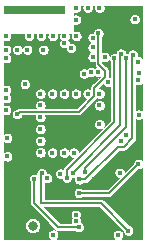
<source format=gbr>
%TF.GenerationSoftware,KiCad,Pcbnew,5.1.9-73d0e3b20d~88~ubuntu20.04.1*%
%TF.CreationDate,2022-04-15T22:34:28-04:00*%
%TF.ProjectId,ring,72696e67-2e6b-4696-9361-645f70636258,rev?*%
%TF.SameCoordinates,Original*%
%TF.FileFunction,Copper,L3,Inr*%
%TF.FilePolarity,Positive*%
%FSLAX46Y46*%
G04 Gerber Fmt 4.6, Leading zero omitted, Abs format (unit mm)*
G04 Created by KiCad (PCBNEW 5.1.9-73d0e3b20d~88~ubuntu20.04.1) date 2022-04-15 22:34:28*
%MOMM*%
%LPD*%
G01*
G04 APERTURE LIST*
%TA.AperFunction,ViaPad*%
%ADD10C,0.400000*%
%TD*%
%TA.AperFunction,ViaPad*%
%ADD11C,0.800000*%
%TD*%
%TA.AperFunction,Conductor*%
%ADD12C,0.150000*%
%TD*%
%TA.AperFunction,Conductor*%
%ADD13C,0.200000*%
%TD*%
%TA.AperFunction,Conductor*%
%ADD14C,0.090000*%
%TD*%
%TA.AperFunction,Conductor*%
%ADD15C,0.100000*%
%TD*%
G04 APERTURE END LIST*
D10*
%TO.N,*%
X76657200Y-23469600D03*
%TO.N,GND*%
X74275200Y-22301200D03*
X74834000Y-22707600D03*
X69342000Y-26263600D03*
X69342000Y-26958800D03*
X69342000Y-27958800D03*
X80619600Y-24841200D03*
X76657200Y-22656800D03*
X76660000Y-21844000D03*
X77673200Y-23469600D03*
X69342000Y-23571200D03*
X69342000Y-21691600D03*
X71275200Y-21691600D03*
X75237600Y-19304000D03*
X78943200Y-33274000D03*
X69342000Y-22860000D03*
X70291200Y-22860000D03*
X72491600Y-22860000D03*
X75237600Y-20304000D03*
X69425000Y-30327600D03*
X72275200Y-21691600D03*
X73275200Y-21691600D03*
X74275200Y-21691600D03*
X75275200Y-21691600D03*
X70916800Y-25755600D03*
X76237600Y-19304000D03*
X77237600Y-19304000D03*
X73237600Y-26568400D03*
X74237600Y-26568400D03*
X75237600Y-26568400D03*
X76237600Y-26568400D03*
X77237600Y-26568400D03*
X72237600Y-27568400D03*
X72237600Y-28568400D03*
X72237600Y-29568400D03*
X72237600Y-30568400D03*
X72237600Y-31546800D03*
X72237600Y-26568400D03*
X73237600Y-31568400D03*
X74237600Y-31568400D03*
X75057000Y-31568400D03*
X77237600Y-27568400D03*
X77237600Y-29159200D03*
X73304400Y-38506400D03*
X78798302Y-38524298D03*
X71120000Y-22860000D03*
X69425000Y-31887099D03*
%TO.N,+BATT*%
X80517999Y-25432536D03*
X75488800Y-34975800D03*
X80518000Y-32537400D03*
X75234800Y-36830000D03*
X75255966Y-37318418D03*
%TO.N,/LSM_INT1*%
X80213200Y-20269200D03*
X80517999Y-23850600D03*
%TO.N,/LSM_INT2*%
X70256400Y-28313000D03*
X77142343Y-21476229D03*
%TO.N,/CS*%
X78494001Y-23579199D03*
X74474021Y-33679202D03*
%TO.N,/SCK*%
X79051550Y-23189095D03*
X74973990Y-33259345D03*
%TO.N,/MISO*%
X80051561Y-23264306D03*
X75539600Y-33832800D03*
%TO.N,/MOSI*%
X79509359Y-23576942D03*
X75985067Y-33188212D03*
%TO.N,/SWDIO*%
X72796400Y-33731200D03*
%TO.N,/SWCLK*%
X73926920Y-33348531D03*
%TO.N,/BOOT0*%
X79029961Y-30560928D03*
%TO.N,+1V8*%
X80264000Y-19558000D03*
X75946000Y-20828000D03*
X75806259Y-24244259D03*
X69646800Y-28549600D03*
X73474010Y-33742088D03*
X80122261Y-31836861D03*
D11*
X80365600Y-33883600D03*
D10*
X76809600Y-33782000D03*
X80574978Y-27746389D03*
X77927198Y-24180798D03*
X71170800Y-32766000D03*
X71956363Y-24602240D03*
%TO.N,/TPS_MODE*%
X75488802Y-37871400D03*
X71727561Y-33779961D03*
%TO.N,/TPS_STOP*%
X72339200Y-33324800D03*
X79668130Y-38161096D03*
D11*
%TO.N,/CELL-*%
X71583501Y-37750701D03*
D10*
%TO.N,/NRST*%
X80574980Y-28346400D03*
%TO.N,/RAD_PLANE*%
X69392800Y-19405600D03*
X73964800Y-19405600D03*
%TO.N,/LED_1*%
X79508632Y-30080232D03*
%TO.N,/BTN_0*%
X77994001Y-25603200D03*
%TO.N,/BTN_1*%
X77112820Y-24741147D03*
%TO.N,/BTN_2*%
X76512824Y-24745463D03*
%TO.N,/BTN_3*%
X75927017Y-24875252D03*
%TD*%
D12*
%TO.N,+BATT*%
X78079600Y-34975800D02*
X75488800Y-34975800D01*
X80518000Y-32537400D02*
X78079600Y-34975800D01*
D13*
%TO.N,/LSM_INT2*%
X70273800Y-28295600D02*
X70256400Y-28313000D01*
D12*
X77142343Y-22944655D02*
X77142343Y-21476229D01*
X77142343Y-24074142D02*
X77142343Y-22944655D01*
X77724000Y-24655799D02*
X77142343Y-24074142D01*
X77724000Y-25146000D02*
X77724000Y-24655799D01*
X76762599Y-26107401D02*
X77724000Y-25146000D01*
X75465601Y-28093399D02*
X76762599Y-26796401D01*
X76762599Y-26796401D02*
X76762599Y-26107401D01*
X70476001Y-28093399D02*
X75465601Y-28093399D01*
X70256400Y-28313000D02*
X70476001Y-28093399D01*
D13*
%TO.N,/CS*%
X74473988Y-33679169D02*
X74474021Y-33679202D01*
X74473988Y-33019343D02*
X74473988Y-33679169D01*
X78494001Y-28999330D02*
X74473988Y-33019343D01*
X78494001Y-23579199D02*
X78494001Y-28999330D01*
%TO.N,/SCK*%
X79051550Y-23189095D02*
X78994017Y-23246628D01*
X78994017Y-23246628D02*
X78994017Y-29239318D01*
X78994017Y-29239318D02*
X74973990Y-33259345D01*
%TO.N,/MISO*%
X80017999Y-23297868D02*
X80051561Y-23264306D01*
X80017999Y-30319601D02*
X80017999Y-23297868D01*
X79276671Y-31060929D02*
X80017999Y-30319601D01*
X78819471Y-31060929D02*
X79276671Y-31060929D01*
X76047600Y-33832800D02*
X78819471Y-31060929D01*
X75539600Y-33832800D02*
X76047600Y-33832800D01*
%TO.N,/MOSI*%
X79509359Y-29372398D02*
X75985067Y-32896690D01*
X75985067Y-32896690D02*
X75985067Y-33188212D01*
X79509359Y-23576942D02*
X79509359Y-29372398D01*
%TO.N,/TPS_MODE*%
X75488802Y-37871400D02*
X73760098Y-37871400D01*
X73760098Y-37871400D02*
X71727561Y-35838863D01*
X71727561Y-35838863D02*
X71727561Y-33779961D01*
%TO.N,/TPS_STOP*%
X72296399Y-35842001D02*
X77349035Y-35842001D01*
X77349035Y-35842001D02*
X79668130Y-38161096D01*
X72296399Y-33367601D02*
X72296399Y-35842001D01*
X72339200Y-33324800D02*
X72296399Y-33367601D01*
%TD*%
D14*
%TO.N,+1V8*%
X75809701Y-19174198D02*
X75792600Y-19260171D01*
X75792600Y-19347829D01*
X75809701Y-19433802D01*
X75843246Y-19514786D01*
X75891946Y-19587671D01*
X75953929Y-19649654D01*
X76026814Y-19698354D01*
X76107798Y-19731899D01*
X76193771Y-19749000D01*
X76281429Y-19749000D01*
X76367402Y-19731899D01*
X76448386Y-19698354D01*
X76521271Y-19649654D01*
X76583254Y-19587671D01*
X76631954Y-19514786D01*
X76665499Y-19433802D01*
X76682600Y-19347829D01*
X76682600Y-19260171D01*
X76665499Y-19174198D01*
X76659618Y-19160000D01*
X76815582Y-19160000D01*
X76809701Y-19174198D01*
X76792600Y-19260171D01*
X76792600Y-19347829D01*
X76809701Y-19433802D01*
X76843246Y-19514786D01*
X76891946Y-19587671D01*
X76953929Y-19649654D01*
X77026814Y-19698354D01*
X77107798Y-19731899D01*
X77193771Y-19749000D01*
X77281429Y-19749000D01*
X77367402Y-19731899D01*
X77448386Y-19698354D01*
X77521271Y-19649654D01*
X77583254Y-19587671D01*
X77631954Y-19514786D01*
X77665499Y-19433802D01*
X77682600Y-19347829D01*
X77682600Y-19260171D01*
X77665499Y-19174198D01*
X77659618Y-19160000D01*
X80840000Y-19160000D01*
X80840000Y-23543276D01*
X80801670Y-23504946D01*
X80728785Y-23456246D01*
X80647801Y-23422701D01*
X80561828Y-23405600D01*
X80474700Y-23405600D01*
X80479460Y-23394108D01*
X80496561Y-23308135D01*
X80496561Y-23220477D01*
X80479460Y-23134504D01*
X80445915Y-23053520D01*
X80397215Y-22980635D01*
X80335232Y-22918652D01*
X80262347Y-22869952D01*
X80181363Y-22836407D01*
X80095390Y-22819306D01*
X80007732Y-22819306D01*
X79921759Y-22836407D01*
X79840775Y-22869952D01*
X79767890Y-22918652D01*
X79705907Y-22980635D01*
X79657207Y-23053520D01*
X79623662Y-23134504D01*
X79621470Y-23145524D01*
X79553188Y-23131942D01*
X79493900Y-23131942D01*
X79479449Y-23059293D01*
X79445904Y-22978309D01*
X79397204Y-22905424D01*
X79335221Y-22843441D01*
X79262336Y-22794741D01*
X79181352Y-22761196D01*
X79095379Y-22744095D01*
X79007721Y-22744095D01*
X78921748Y-22761196D01*
X78840764Y-22794741D01*
X78767879Y-22843441D01*
X78705896Y-22905424D01*
X78657196Y-22978309D01*
X78623651Y-23059293D01*
X78606550Y-23145266D01*
X78606550Y-23147868D01*
X78537830Y-23134199D01*
X78450172Y-23134199D01*
X78364199Y-23151300D01*
X78283215Y-23184845D01*
X78210330Y-23233545D01*
X78148347Y-23295528D01*
X78105152Y-23360174D01*
X78101099Y-23339798D01*
X78067554Y-23258814D01*
X78018854Y-23185929D01*
X77956871Y-23123946D01*
X77883986Y-23075246D01*
X77803002Y-23041701D01*
X77717029Y-23024600D01*
X77629371Y-23024600D01*
X77543398Y-23041701D01*
X77462414Y-23075246D01*
X77462343Y-23075293D01*
X77462343Y-21785554D01*
X77487997Y-21759900D01*
X77536697Y-21687015D01*
X77570242Y-21606031D01*
X77587343Y-21520058D01*
X77587343Y-21432400D01*
X77570242Y-21346427D01*
X77536697Y-21265443D01*
X77487997Y-21192558D01*
X77426014Y-21130575D01*
X77353129Y-21081875D01*
X77272145Y-21048330D01*
X77186172Y-21031229D01*
X77098514Y-21031229D01*
X77012541Y-21048330D01*
X76931557Y-21081875D01*
X76858672Y-21130575D01*
X76796689Y-21192558D01*
X76747989Y-21265443D01*
X76714444Y-21346427D01*
X76703981Y-21399030D01*
X76703829Y-21399000D01*
X76616171Y-21399000D01*
X76530198Y-21416101D01*
X76449214Y-21449646D01*
X76376329Y-21498346D01*
X76314346Y-21560329D01*
X76265646Y-21633214D01*
X76232101Y-21714198D01*
X76215000Y-21800171D01*
X76215000Y-21887829D01*
X76232101Y-21973802D01*
X76265646Y-22054786D01*
X76314346Y-22127671D01*
X76376329Y-22189654D01*
X76449214Y-22238354D01*
X76476895Y-22249820D01*
X76446414Y-22262446D01*
X76373529Y-22311146D01*
X76311546Y-22373129D01*
X76262846Y-22446014D01*
X76229301Y-22526998D01*
X76212200Y-22612971D01*
X76212200Y-22700629D01*
X76229301Y-22786602D01*
X76262846Y-22867586D01*
X76311546Y-22940471D01*
X76373529Y-23002454D01*
X76446414Y-23051154D01*
X76475495Y-23063200D01*
X76446414Y-23075246D01*
X76373529Y-23123946D01*
X76311546Y-23185929D01*
X76262846Y-23258814D01*
X76229301Y-23339798D01*
X76212200Y-23425771D01*
X76212200Y-23513429D01*
X76229301Y-23599402D01*
X76262846Y-23680386D01*
X76311546Y-23753271D01*
X76373529Y-23815254D01*
X76446414Y-23863954D01*
X76527398Y-23897499D01*
X76613371Y-23914600D01*
X76701029Y-23914600D01*
X76787002Y-23897499D01*
X76822343Y-23882860D01*
X76822343Y-24058429D01*
X76820795Y-24074142D01*
X76822343Y-24089855D01*
X76822343Y-24089859D01*
X76826973Y-24136872D01*
X76845271Y-24197192D01*
X76845272Y-24197193D01*
X76874986Y-24252784D01*
X76888661Y-24269447D01*
X76914974Y-24301511D01*
X76927190Y-24311536D01*
X76944752Y-24329098D01*
X76902034Y-24346793D01*
X76829149Y-24395493D01*
X76810664Y-24413978D01*
X76796495Y-24399809D01*
X76723610Y-24351109D01*
X76642626Y-24317564D01*
X76556653Y-24300463D01*
X76468995Y-24300463D01*
X76383022Y-24317564D01*
X76302038Y-24351109D01*
X76229153Y-24399809D01*
X76167170Y-24461792D01*
X76149280Y-24488567D01*
X76137803Y-24480898D01*
X76056819Y-24447353D01*
X75970846Y-24430252D01*
X75883188Y-24430252D01*
X75797215Y-24447353D01*
X75716231Y-24480898D01*
X75643346Y-24529598D01*
X75581363Y-24591581D01*
X75532663Y-24664466D01*
X75499118Y-24745450D01*
X75482017Y-24831423D01*
X75482017Y-24919081D01*
X75499118Y-25005054D01*
X75532663Y-25086038D01*
X75581363Y-25158923D01*
X75643346Y-25220906D01*
X75716231Y-25269606D01*
X75797215Y-25303151D01*
X75883188Y-25320252D01*
X75970846Y-25320252D01*
X76056819Y-25303151D01*
X76137803Y-25269606D01*
X76210688Y-25220906D01*
X76272671Y-25158923D01*
X76290561Y-25132148D01*
X76302038Y-25139817D01*
X76383022Y-25173362D01*
X76468995Y-25190463D01*
X76556653Y-25190463D01*
X76642626Y-25173362D01*
X76723610Y-25139817D01*
X76796495Y-25091117D01*
X76814980Y-25072632D01*
X76829149Y-25086801D01*
X76902034Y-25135501D01*
X76983018Y-25169046D01*
X77068991Y-25186147D01*
X77156649Y-25186147D01*
X77242622Y-25169046D01*
X77252495Y-25164956D01*
X76547442Y-25870011D01*
X76535231Y-25880032D01*
X76525211Y-25892242D01*
X76495242Y-25928759D01*
X76475130Y-25966386D01*
X76465528Y-25984350D01*
X76447230Y-26044670D01*
X76444053Y-26076925D01*
X76441051Y-26107401D01*
X76442600Y-26123124D01*
X76442600Y-26171649D01*
X76367402Y-26140501D01*
X76281429Y-26123400D01*
X76193771Y-26123400D01*
X76107798Y-26140501D01*
X76026814Y-26174046D01*
X75953929Y-26222746D01*
X75891946Y-26284729D01*
X75843246Y-26357614D01*
X75809701Y-26438598D01*
X75792600Y-26524571D01*
X75792600Y-26612229D01*
X75809701Y-26698202D01*
X75843246Y-26779186D01*
X75891946Y-26852071D01*
X75953929Y-26914054D01*
X76026814Y-26962754D01*
X76107798Y-26996299D01*
X76109763Y-26996690D01*
X75333054Y-27773399D01*
X72634351Y-27773399D01*
X72665499Y-27698202D01*
X72682600Y-27612229D01*
X72682600Y-27524571D01*
X72665499Y-27438598D01*
X72631954Y-27357614D01*
X72583254Y-27284729D01*
X72521271Y-27222746D01*
X72448386Y-27174046D01*
X72367402Y-27140501D01*
X72281429Y-27123400D01*
X72193771Y-27123400D01*
X72107798Y-27140501D01*
X72026814Y-27174046D01*
X71953929Y-27222746D01*
X71891946Y-27284729D01*
X71843246Y-27357614D01*
X71809701Y-27438598D01*
X71792600Y-27524571D01*
X71792600Y-27612229D01*
X71809701Y-27698202D01*
X71840849Y-27773399D01*
X70491717Y-27773399D01*
X70476001Y-27771851D01*
X70460285Y-27773399D01*
X70460283Y-27773399D01*
X70413270Y-27778029D01*
X70366988Y-27792068D01*
X70352949Y-27796327D01*
X70297358Y-27826042D01*
X70272036Y-27846823D01*
X70248632Y-27866030D01*
X70247015Y-27868000D01*
X70212571Y-27868000D01*
X70126598Y-27885101D01*
X70045614Y-27918646D01*
X69972729Y-27967346D01*
X69910746Y-28029329D01*
X69862046Y-28102214D01*
X69828501Y-28183198D01*
X69811400Y-28269171D01*
X69811400Y-28356829D01*
X69828501Y-28442802D01*
X69862046Y-28523786D01*
X69910746Y-28596671D01*
X69972729Y-28658654D01*
X70045614Y-28707354D01*
X70126598Y-28740899D01*
X70212571Y-28758000D01*
X70300229Y-28758000D01*
X70386202Y-28740899D01*
X70467186Y-28707354D01*
X70540071Y-28658654D01*
X70602054Y-28596671D01*
X70650754Y-28523786D01*
X70684299Y-28442802D01*
X70690148Y-28413399D01*
X71820139Y-28413399D01*
X71809701Y-28438598D01*
X71792600Y-28524571D01*
X71792600Y-28612229D01*
X71809701Y-28698202D01*
X71843246Y-28779186D01*
X71891946Y-28852071D01*
X71953929Y-28914054D01*
X72026814Y-28962754D01*
X72107798Y-28996299D01*
X72193771Y-29013400D01*
X72281429Y-29013400D01*
X72367402Y-28996299D01*
X72448386Y-28962754D01*
X72521271Y-28914054D01*
X72583254Y-28852071D01*
X72631954Y-28779186D01*
X72665499Y-28698202D01*
X72682600Y-28612229D01*
X72682600Y-28524571D01*
X72665499Y-28438598D01*
X72655061Y-28413399D01*
X75449888Y-28413399D01*
X75465601Y-28414947D01*
X75481314Y-28413399D01*
X75481319Y-28413399D01*
X75528332Y-28408769D01*
X75588652Y-28390471D01*
X75644243Y-28360756D01*
X75692970Y-28320768D01*
X75702996Y-28308551D01*
X76486976Y-27524571D01*
X76792600Y-27524571D01*
X76792600Y-27612229D01*
X76809701Y-27698202D01*
X76843246Y-27779186D01*
X76891946Y-27852071D01*
X76953929Y-27914054D01*
X77026814Y-27962754D01*
X77107798Y-27996299D01*
X77193771Y-28013400D01*
X77281429Y-28013400D01*
X77367402Y-27996299D01*
X77448386Y-27962754D01*
X77521271Y-27914054D01*
X77583254Y-27852071D01*
X77631954Y-27779186D01*
X77665499Y-27698202D01*
X77682600Y-27612229D01*
X77682600Y-27524571D01*
X77665499Y-27438598D01*
X77631954Y-27357614D01*
X77583254Y-27284729D01*
X77521271Y-27222746D01*
X77448386Y-27174046D01*
X77367402Y-27140501D01*
X77281429Y-27123400D01*
X77193771Y-27123400D01*
X77107798Y-27140501D01*
X77026814Y-27174046D01*
X76953929Y-27222746D01*
X76891946Y-27284729D01*
X76843246Y-27357614D01*
X76809701Y-27438598D01*
X76792600Y-27524571D01*
X76486976Y-27524571D01*
X76977758Y-27033790D01*
X76989968Y-27023770D01*
X77012512Y-26996299D01*
X77029956Y-26975044D01*
X77034765Y-26966047D01*
X77107798Y-26996299D01*
X77193771Y-27013400D01*
X77281429Y-27013400D01*
X77367402Y-26996299D01*
X77448386Y-26962754D01*
X77521271Y-26914054D01*
X77583254Y-26852071D01*
X77631954Y-26779186D01*
X77665499Y-26698202D01*
X77682600Y-26612229D01*
X77682600Y-26524571D01*
X77665499Y-26438598D01*
X77631954Y-26357614D01*
X77583254Y-26284729D01*
X77521271Y-26222746D01*
X77448386Y-26174046D01*
X77367402Y-26140501D01*
X77281429Y-26123400D01*
X77199147Y-26123400D01*
X77572969Y-25749580D01*
X77599647Y-25813986D01*
X77648347Y-25886871D01*
X77710330Y-25948854D01*
X77783215Y-25997554D01*
X77864199Y-26031099D01*
X77950172Y-26048200D01*
X78037830Y-26048200D01*
X78123803Y-26031099D01*
X78149001Y-26020661D01*
X78149002Y-28856425D01*
X77624932Y-29380495D01*
X77631954Y-29369986D01*
X77665499Y-29289002D01*
X77682600Y-29203029D01*
X77682600Y-29115371D01*
X77665499Y-29029398D01*
X77631954Y-28948414D01*
X77583254Y-28875529D01*
X77521271Y-28813546D01*
X77448386Y-28764846D01*
X77367402Y-28731301D01*
X77281429Y-28714200D01*
X77193771Y-28714200D01*
X77107798Y-28731301D01*
X77026814Y-28764846D01*
X76953929Y-28813546D01*
X76891946Y-28875529D01*
X76843246Y-28948414D01*
X76809701Y-29029398D01*
X76792600Y-29115371D01*
X76792600Y-29203029D01*
X76809701Y-29289002D01*
X76843246Y-29369986D01*
X76891946Y-29442871D01*
X76953929Y-29504854D01*
X77026814Y-29553554D01*
X77107798Y-29587099D01*
X77193771Y-29604200D01*
X77281429Y-29604200D01*
X77367402Y-29587099D01*
X77448386Y-29553554D01*
X77458895Y-29546532D01*
X75498492Y-31506936D01*
X75484899Y-31438598D01*
X75451354Y-31357614D01*
X75402654Y-31284729D01*
X75340671Y-31222746D01*
X75267786Y-31174046D01*
X75186802Y-31140501D01*
X75100829Y-31123400D01*
X75013171Y-31123400D01*
X74927198Y-31140501D01*
X74846214Y-31174046D01*
X74773329Y-31222746D01*
X74711346Y-31284729D01*
X74662646Y-31357614D01*
X74647300Y-31394662D01*
X74631954Y-31357614D01*
X74583254Y-31284729D01*
X74521271Y-31222746D01*
X74448386Y-31174046D01*
X74367402Y-31140501D01*
X74281429Y-31123400D01*
X74193771Y-31123400D01*
X74107798Y-31140501D01*
X74026814Y-31174046D01*
X73953929Y-31222746D01*
X73891946Y-31284729D01*
X73843246Y-31357614D01*
X73809701Y-31438598D01*
X73792600Y-31524571D01*
X73792600Y-31612229D01*
X73809701Y-31698202D01*
X73843246Y-31779186D01*
X73891946Y-31852071D01*
X73953929Y-31914054D01*
X74026814Y-31962754D01*
X74107798Y-31996299D01*
X74193771Y-32013400D01*
X74281429Y-32013400D01*
X74367402Y-31996299D01*
X74448386Y-31962754D01*
X74521271Y-31914054D01*
X74583254Y-31852071D01*
X74631954Y-31779186D01*
X74647300Y-31742138D01*
X74662646Y-31779186D01*
X74711346Y-31852071D01*
X74773329Y-31914054D01*
X74846214Y-31962754D01*
X74927198Y-31996299D01*
X74995536Y-32009892D01*
X74242018Y-32763409D01*
X74228856Y-32774212D01*
X74185743Y-32826745D01*
X74153708Y-32886680D01*
X74133980Y-32951712D01*
X74133893Y-32952598D01*
X74056722Y-32920632D01*
X73970749Y-32903531D01*
X73883091Y-32903531D01*
X73797118Y-32920632D01*
X73716134Y-32954177D01*
X73643249Y-33002877D01*
X73581266Y-33064860D01*
X73532566Y-33137745D01*
X73499021Y-33218729D01*
X73481920Y-33304702D01*
X73481920Y-33392360D01*
X73499021Y-33478333D01*
X73532566Y-33559317D01*
X73581266Y-33632202D01*
X73643249Y-33694185D01*
X73716134Y-33742885D01*
X73797118Y-33776430D01*
X73883091Y-33793531D01*
X73970749Y-33793531D01*
X74040293Y-33779698D01*
X74046122Y-33809004D01*
X74079667Y-33889988D01*
X74128367Y-33962873D01*
X74190350Y-34024856D01*
X74263235Y-34073556D01*
X74344219Y-34107101D01*
X74430192Y-34124202D01*
X74517850Y-34124202D01*
X74603823Y-34107101D01*
X74684807Y-34073556D01*
X74757692Y-34024856D01*
X74819675Y-33962873D01*
X74868375Y-33889988D01*
X74901920Y-33809004D01*
X74919021Y-33723031D01*
X74919021Y-33702129D01*
X74930161Y-33704345D01*
X75017819Y-33704345D01*
X75103792Y-33687244D01*
X75121216Y-33680027D01*
X75111701Y-33702998D01*
X75094600Y-33788971D01*
X75094600Y-33876629D01*
X75111701Y-33962602D01*
X75145246Y-34043586D01*
X75193946Y-34116471D01*
X75255929Y-34178454D01*
X75328814Y-34227154D01*
X75409798Y-34260699D01*
X75495771Y-34277800D01*
X75583429Y-34277800D01*
X75669402Y-34260699D01*
X75750386Y-34227154D01*
X75823271Y-34178454D01*
X75823925Y-34177800D01*
X76030662Y-34177800D01*
X76047600Y-34179468D01*
X76064538Y-34177800D01*
X76064546Y-34177800D01*
X76115232Y-34172808D01*
X76180264Y-34153080D01*
X76240199Y-34121045D01*
X76292732Y-34077932D01*
X76303538Y-34064765D01*
X78962374Y-31405929D01*
X79259733Y-31405929D01*
X79276671Y-31407597D01*
X79293609Y-31405929D01*
X79293617Y-31405929D01*
X79344303Y-31400937D01*
X79409335Y-31381209D01*
X79469270Y-31349174D01*
X79521803Y-31306061D01*
X79532609Y-31292894D01*
X80249974Y-30575530D01*
X80263130Y-30564733D01*
X80273928Y-30551576D01*
X80273933Y-30551571D01*
X80289280Y-30532870D01*
X80306244Y-30512200D01*
X80338279Y-30452265D01*
X80358007Y-30387233D01*
X80362999Y-30336547D01*
X80362999Y-30336538D01*
X80364667Y-30319602D01*
X80362999Y-30302666D01*
X80362999Y-28739956D01*
X80364194Y-28740754D01*
X80445178Y-28774299D01*
X80531151Y-28791400D01*
X80618809Y-28791400D01*
X80704782Y-28774299D01*
X80785766Y-28740754D01*
X80840000Y-28704516D01*
X80840001Y-32230076D01*
X80801671Y-32191746D01*
X80728786Y-32143046D01*
X80647802Y-32109501D01*
X80561829Y-32092400D01*
X80474171Y-32092400D01*
X80388198Y-32109501D01*
X80307214Y-32143046D01*
X80234329Y-32191746D01*
X80172346Y-32253729D01*
X80123646Y-32326614D01*
X80090101Y-32407598D01*
X80073000Y-32493571D01*
X80073000Y-32529851D01*
X79385625Y-33217227D01*
X79371099Y-33144198D01*
X79337554Y-33063214D01*
X79288854Y-32990329D01*
X79226871Y-32928346D01*
X79153986Y-32879646D01*
X79073002Y-32846101D01*
X78987029Y-32829000D01*
X78899371Y-32829000D01*
X78813398Y-32846101D01*
X78732414Y-32879646D01*
X78659529Y-32928346D01*
X78597546Y-32990329D01*
X78548846Y-33063214D01*
X78515301Y-33144198D01*
X78498200Y-33230171D01*
X78498200Y-33317829D01*
X78515301Y-33403802D01*
X78548846Y-33484786D01*
X78597546Y-33557671D01*
X78659529Y-33619654D01*
X78732414Y-33668354D01*
X78813398Y-33701899D01*
X78886427Y-33716425D01*
X77947053Y-34655800D01*
X75798125Y-34655800D01*
X75772471Y-34630146D01*
X75699586Y-34581446D01*
X75618602Y-34547901D01*
X75532629Y-34530800D01*
X75444971Y-34530800D01*
X75358998Y-34547901D01*
X75278014Y-34581446D01*
X75205129Y-34630146D01*
X75143146Y-34692129D01*
X75094446Y-34765014D01*
X75060901Y-34845998D01*
X75043800Y-34931971D01*
X75043800Y-35019629D01*
X75060901Y-35105602D01*
X75094446Y-35186586D01*
X75143146Y-35259471D01*
X75205129Y-35321454D01*
X75278014Y-35370154D01*
X75358998Y-35403699D01*
X75444971Y-35420800D01*
X75532629Y-35420800D01*
X75618602Y-35403699D01*
X75699586Y-35370154D01*
X75772471Y-35321454D01*
X75798125Y-35295800D01*
X78063887Y-35295800D01*
X78079600Y-35297348D01*
X78095313Y-35295800D01*
X78095318Y-35295800D01*
X78142331Y-35291170D01*
X78202651Y-35272872D01*
X78258242Y-35243157D01*
X78306969Y-35203169D01*
X78316995Y-35190953D01*
X80525549Y-32982400D01*
X80561829Y-32982400D01*
X80647802Y-32965299D01*
X80728786Y-32931754D01*
X80801671Y-32883054D01*
X80840001Y-32844724D01*
X80840001Y-38840000D01*
X79111925Y-38840000D01*
X79143956Y-38807969D01*
X79192656Y-38735084D01*
X79226201Y-38654100D01*
X79243302Y-38568127D01*
X79243302Y-38480469D01*
X79226201Y-38394496D01*
X79192656Y-38313512D01*
X79143956Y-38240627D01*
X79081973Y-38178644D01*
X79009088Y-38129944D01*
X78928104Y-38096399D01*
X78842131Y-38079298D01*
X78754473Y-38079298D01*
X78668500Y-38096399D01*
X78587516Y-38129944D01*
X78514631Y-38178644D01*
X78452648Y-38240627D01*
X78403948Y-38313512D01*
X78370403Y-38394496D01*
X78353302Y-38480469D01*
X78353302Y-38568127D01*
X78370403Y-38654100D01*
X78403948Y-38735084D01*
X78452648Y-38807969D01*
X78484679Y-38840000D01*
X73600125Y-38840000D01*
X73650054Y-38790071D01*
X73698754Y-38717186D01*
X73732299Y-38636202D01*
X73749400Y-38550229D01*
X73749400Y-38462571D01*
X73732299Y-38376598D01*
X73698754Y-38295614D01*
X73650054Y-38222729D01*
X73609327Y-38182002D01*
X73627434Y-38191680D01*
X73692466Y-38211408D01*
X73743152Y-38216400D01*
X73743161Y-38216400D01*
X73760097Y-38218068D01*
X73777033Y-38216400D01*
X75204477Y-38216400D01*
X75205131Y-38217054D01*
X75278016Y-38265754D01*
X75359000Y-38299299D01*
X75444973Y-38316400D01*
X75532631Y-38316400D01*
X75618604Y-38299299D01*
X75699588Y-38265754D01*
X75772473Y-38217054D01*
X75834456Y-38155071D01*
X75883156Y-38082186D01*
X75916701Y-38001202D01*
X75933802Y-37915229D01*
X75933802Y-37827571D01*
X75916701Y-37741598D01*
X75883156Y-37660614D01*
X75834456Y-37587729D01*
X75772473Y-37525746D01*
X75699588Y-37477046D01*
X75675976Y-37467266D01*
X75683865Y-37448220D01*
X75700966Y-37362247D01*
X75700966Y-37274589D01*
X75683865Y-37188616D01*
X75650320Y-37107632D01*
X75617405Y-37058370D01*
X75629154Y-37040786D01*
X75662699Y-36959802D01*
X75679800Y-36873829D01*
X75679800Y-36786171D01*
X75662699Y-36700198D01*
X75629154Y-36619214D01*
X75580454Y-36546329D01*
X75518471Y-36484346D01*
X75445586Y-36435646D01*
X75364602Y-36402101D01*
X75278629Y-36385000D01*
X75190971Y-36385000D01*
X75104998Y-36402101D01*
X75024014Y-36435646D01*
X74951129Y-36484346D01*
X74889146Y-36546329D01*
X74840446Y-36619214D01*
X74806901Y-36700198D01*
X74789800Y-36786171D01*
X74789800Y-36873829D01*
X74806901Y-36959802D01*
X74840446Y-37040786D01*
X74873361Y-37090048D01*
X74861612Y-37107632D01*
X74828067Y-37188616D01*
X74810966Y-37274589D01*
X74810966Y-37362247D01*
X74828067Y-37448220D01*
X74860451Y-37526400D01*
X73903002Y-37526400D01*
X72563602Y-36187001D01*
X77206132Y-36187001D01*
X79223130Y-38203999D01*
X79223130Y-38204925D01*
X79240231Y-38290898D01*
X79273776Y-38371882D01*
X79322476Y-38444767D01*
X79384459Y-38506750D01*
X79457344Y-38555450D01*
X79538328Y-38588995D01*
X79624301Y-38606096D01*
X79711959Y-38606096D01*
X79797932Y-38588995D01*
X79878916Y-38555450D01*
X79951801Y-38506750D01*
X80013784Y-38444767D01*
X80062484Y-38371882D01*
X80096029Y-38290898D01*
X80113130Y-38204925D01*
X80113130Y-38117267D01*
X80096029Y-38031294D01*
X80062484Y-37950310D01*
X80013784Y-37877425D01*
X79951801Y-37815442D01*
X79878916Y-37766742D01*
X79797932Y-37733197D01*
X79711959Y-37716096D01*
X79711033Y-37716096D01*
X77604973Y-35610036D01*
X77594167Y-35596869D01*
X77541634Y-35553756D01*
X77481699Y-35521721D01*
X77416667Y-35501993D01*
X77365981Y-35497001D01*
X77365973Y-35497001D01*
X77349035Y-35495333D01*
X77332097Y-35497001D01*
X72641399Y-35497001D01*
X72641399Y-34148661D01*
X72666598Y-34159099D01*
X72752571Y-34176200D01*
X72840229Y-34176200D01*
X72926202Y-34159099D01*
X73007186Y-34125554D01*
X73080071Y-34076854D01*
X73142054Y-34014871D01*
X73190754Y-33941986D01*
X73224299Y-33861002D01*
X73241400Y-33775029D01*
X73241400Y-33687371D01*
X73224299Y-33601398D01*
X73190754Y-33520414D01*
X73142054Y-33447529D01*
X73080071Y-33385546D01*
X73007186Y-33336846D01*
X72926202Y-33303301D01*
X72840229Y-33286200D01*
X72784200Y-33286200D01*
X72784200Y-33280971D01*
X72767099Y-33194998D01*
X72733554Y-33114014D01*
X72684854Y-33041129D01*
X72622871Y-32979146D01*
X72549986Y-32930446D01*
X72469002Y-32896901D01*
X72383029Y-32879800D01*
X72295371Y-32879800D01*
X72209398Y-32896901D01*
X72128414Y-32930446D01*
X72055529Y-32979146D01*
X71993546Y-33041129D01*
X71944846Y-33114014D01*
X71911301Y-33194998D01*
X71894200Y-33280971D01*
X71894200Y-33367321D01*
X71857363Y-33352062D01*
X71771390Y-33334961D01*
X71683732Y-33334961D01*
X71597759Y-33352062D01*
X71516775Y-33385607D01*
X71443890Y-33434307D01*
X71381907Y-33496290D01*
X71333207Y-33569175D01*
X71299662Y-33650159D01*
X71282561Y-33736132D01*
X71282561Y-33823790D01*
X71299662Y-33909763D01*
X71333207Y-33990747D01*
X71381907Y-34063632D01*
X71382562Y-34064287D01*
X71382561Y-35821925D01*
X71380893Y-35838863D01*
X71382561Y-35855801D01*
X71382561Y-35855808D01*
X71387553Y-35906494D01*
X71407281Y-35971526D01*
X71439316Y-36031461D01*
X71482429Y-36083994D01*
X71495591Y-36094796D01*
X73504165Y-38103371D01*
X73509275Y-38109598D01*
X73434202Y-38078501D01*
X73348229Y-38061400D01*
X73260571Y-38061400D01*
X73174598Y-38078501D01*
X73093614Y-38112046D01*
X73020729Y-38160746D01*
X72958746Y-38222729D01*
X72910046Y-38295614D01*
X72876501Y-38376598D01*
X72859400Y-38462571D01*
X72859400Y-38550229D01*
X72876501Y-38636202D01*
X72910046Y-38717186D01*
X72958746Y-38790071D01*
X73008675Y-38840000D01*
X69160000Y-38840000D01*
X69160000Y-37687174D01*
X70938501Y-37687174D01*
X70938501Y-37814228D01*
X70963288Y-37938841D01*
X71011909Y-38056223D01*
X71082497Y-38161865D01*
X71172337Y-38251705D01*
X71277979Y-38322293D01*
X71395361Y-38370914D01*
X71519974Y-38395701D01*
X71647028Y-38395701D01*
X71771641Y-38370914D01*
X71889023Y-38322293D01*
X71994665Y-38251705D01*
X72084505Y-38161865D01*
X72155093Y-38056223D01*
X72203714Y-37938841D01*
X72228501Y-37814228D01*
X72228501Y-37687174D01*
X72203714Y-37562561D01*
X72155093Y-37445179D01*
X72084505Y-37339537D01*
X71994665Y-37249697D01*
X71889023Y-37179109D01*
X71771641Y-37130488D01*
X71647028Y-37105701D01*
X71519974Y-37105701D01*
X71395361Y-37130488D01*
X71277979Y-37179109D01*
X71172337Y-37249697D01*
X71082497Y-37339537D01*
X71011909Y-37445179D01*
X70963288Y-37562561D01*
X70938501Y-37687174D01*
X69160000Y-37687174D01*
X69160000Y-32245229D01*
X69214214Y-32281453D01*
X69295198Y-32314998D01*
X69381171Y-32332099D01*
X69468829Y-32332099D01*
X69554802Y-32314998D01*
X69635786Y-32281453D01*
X69708671Y-32232753D01*
X69770654Y-32170770D01*
X69819354Y-32097885D01*
X69852899Y-32016901D01*
X69870000Y-31930928D01*
X69870000Y-31843270D01*
X69852899Y-31757297D01*
X69819354Y-31676313D01*
X69770654Y-31603428D01*
X69708671Y-31541445D01*
X69651091Y-31502971D01*
X71792600Y-31502971D01*
X71792600Y-31590629D01*
X71809701Y-31676602D01*
X71843246Y-31757586D01*
X71891946Y-31830471D01*
X71953929Y-31892454D01*
X72026814Y-31941154D01*
X72107798Y-31974699D01*
X72193771Y-31991800D01*
X72281429Y-31991800D01*
X72367402Y-31974699D01*
X72448386Y-31941154D01*
X72521271Y-31892454D01*
X72583254Y-31830471D01*
X72631954Y-31757586D01*
X72665499Y-31676602D01*
X72682600Y-31590629D01*
X72682600Y-31524571D01*
X72792600Y-31524571D01*
X72792600Y-31612229D01*
X72809701Y-31698202D01*
X72843246Y-31779186D01*
X72891946Y-31852071D01*
X72953929Y-31914054D01*
X73026814Y-31962754D01*
X73107798Y-31996299D01*
X73193771Y-32013400D01*
X73281429Y-32013400D01*
X73367402Y-31996299D01*
X73448386Y-31962754D01*
X73521271Y-31914054D01*
X73583254Y-31852071D01*
X73631954Y-31779186D01*
X73665499Y-31698202D01*
X73682600Y-31612229D01*
X73682600Y-31524571D01*
X73665499Y-31438598D01*
X73631954Y-31357614D01*
X73583254Y-31284729D01*
X73521271Y-31222746D01*
X73448386Y-31174046D01*
X73367402Y-31140501D01*
X73281429Y-31123400D01*
X73193771Y-31123400D01*
X73107798Y-31140501D01*
X73026814Y-31174046D01*
X72953929Y-31222746D01*
X72891946Y-31284729D01*
X72843246Y-31357614D01*
X72809701Y-31438598D01*
X72792600Y-31524571D01*
X72682600Y-31524571D01*
X72682600Y-31502971D01*
X72665499Y-31416998D01*
X72631954Y-31336014D01*
X72583254Y-31263129D01*
X72521271Y-31201146D01*
X72448386Y-31152446D01*
X72367402Y-31118901D01*
X72281429Y-31101800D01*
X72193771Y-31101800D01*
X72107798Y-31118901D01*
X72026814Y-31152446D01*
X71953929Y-31201146D01*
X71891946Y-31263129D01*
X71843246Y-31336014D01*
X71809701Y-31416998D01*
X71792600Y-31502971D01*
X69651091Y-31502971D01*
X69635786Y-31492745D01*
X69554802Y-31459200D01*
X69468829Y-31442099D01*
X69381171Y-31442099D01*
X69295198Y-31459200D01*
X69214214Y-31492745D01*
X69160000Y-31528969D01*
X69160000Y-30685730D01*
X69214214Y-30721954D01*
X69295198Y-30755499D01*
X69381171Y-30772600D01*
X69468829Y-30772600D01*
X69554802Y-30755499D01*
X69635786Y-30721954D01*
X69708671Y-30673254D01*
X69770654Y-30611271D01*
X69819354Y-30538386D01*
X69825076Y-30524571D01*
X71792600Y-30524571D01*
X71792600Y-30612229D01*
X71809701Y-30698202D01*
X71843246Y-30779186D01*
X71891946Y-30852071D01*
X71953929Y-30914054D01*
X72026814Y-30962754D01*
X72107798Y-30996299D01*
X72193771Y-31013400D01*
X72281429Y-31013400D01*
X72367402Y-30996299D01*
X72448386Y-30962754D01*
X72521271Y-30914054D01*
X72583254Y-30852071D01*
X72631954Y-30779186D01*
X72665499Y-30698202D01*
X72682600Y-30612229D01*
X72682600Y-30524571D01*
X72665499Y-30438598D01*
X72631954Y-30357614D01*
X72583254Y-30284729D01*
X72521271Y-30222746D01*
X72448386Y-30174046D01*
X72367402Y-30140501D01*
X72281429Y-30123400D01*
X72193771Y-30123400D01*
X72107798Y-30140501D01*
X72026814Y-30174046D01*
X71953929Y-30222746D01*
X71891946Y-30284729D01*
X71843246Y-30357614D01*
X71809701Y-30438598D01*
X71792600Y-30524571D01*
X69825076Y-30524571D01*
X69852899Y-30457402D01*
X69870000Y-30371429D01*
X69870000Y-30283771D01*
X69852899Y-30197798D01*
X69819354Y-30116814D01*
X69770654Y-30043929D01*
X69708671Y-29981946D01*
X69635786Y-29933246D01*
X69554802Y-29899701D01*
X69468829Y-29882600D01*
X69381171Y-29882600D01*
X69295198Y-29899701D01*
X69214214Y-29933246D01*
X69160000Y-29969470D01*
X69160000Y-29524571D01*
X71792600Y-29524571D01*
X71792600Y-29612229D01*
X71809701Y-29698202D01*
X71843246Y-29779186D01*
X71891946Y-29852071D01*
X71953929Y-29914054D01*
X72026814Y-29962754D01*
X72107798Y-29996299D01*
X72193771Y-30013400D01*
X72281429Y-30013400D01*
X72367402Y-29996299D01*
X72448386Y-29962754D01*
X72521271Y-29914054D01*
X72583254Y-29852071D01*
X72631954Y-29779186D01*
X72665499Y-29698202D01*
X72682600Y-29612229D01*
X72682600Y-29524571D01*
X72665499Y-29438598D01*
X72631954Y-29357614D01*
X72583254Y-29284729D01*
X72521271Y-29222746D01*
X72448386Y-29174046D01*
X72367402Y-29140501D01*
X72281429Y-29123400D01*
X72193771Y-29123400D01*
X72107798Y-29140501D01*
X72026814Y-29174046D01*
X71953929Y-29222746D01*
X71891946Y-29284729D01*
X71843246Y-29357614D01*
X71809701Y-29438598D01*
X71792600Y-29524571D01*
X69160000Y-29524571D01*
X69160000Y-28365078D01*
X69212198Y-28386699D01*
X69298171Y-28403800D01*
X69385829Y-28403800D01*
X69471802Y-28386699D01*
X69552786Y-28353154D01*
X69625671Y-28304454D01*
X69687654Y-28242471D01*
X69736354Y-28169586D01*
X69769899Y-28088602D01*
X69787000Y-28002629D01*
X69787000Y-27914971D01*
X69769899Y-27828998D01*
X69736354Y-27748014D01*
X69687654Y-27675129D01*
X69625671Y-27613146D01*
X69552786Y-27564446D01*
X69471802Y-27530901D01*
X69385829Y-27513800D01*
X69298171Y-27513800D01*
X69212198Y-27530901D01*
X69160000Y-27552522D01*
X69160000Y-27365078D01*
X69212198Y-27386699D01*
X69298171Y-27403800D01*
X69385829Y-27403800D01*
X69471802Y-27386699D01*
X69552786Y-27353154D01*
X69625671Y-27304454D01*
X69687654Y-27242471D01*
X69736354Y-27169586D01*
X69769899Y-27088602D01*
X69787000Y-27002629D01*
X69787000Y-26914971D01*
X69769899Y-26828998D01*
X69736354Y-26748014D01*
X69687654Y-26675129D01*
X69625671Y-26613146D01*
X69622759Y-26611200D01*
X69625671Y-26609254D01*
X69687654Y-26547271D01*
X69702821Y-26524571D01*
X71792600Y-26524571D01*
X71792600Y-26612229D01*
X71809701Y-26698202D01*
X71843246Y-26779186D01*
X71891946Y-26852071D01*
X71953929Y-26914054D01*
X72026814Y-26962754D01*
X72107798Y-26996299D01*
X72193771Y-27013400D01*
X72281429Y-27013400D01*
X72367402Y-26996299D01*
X72448386Y-26962754D01*
X72521271Y-26914054D01*
X72583254Y-26852071D01*
X72631954Y-26779186D01*
X72665499Y-26698202D01*
X72682600Y-26612229D01*
X72682600Y-26524571D01*
X72792600Y-26524571D01*
X72792600Y-26612229D01*
X72809701Y-26698202D01*
X72843246Y-26779186D01*
X72891946Y-26852071D01*
X72953929Y-26914054D01*
X73026814Y-26962754D01*
X73107798Y-26996299D01*
X73193771Y-27013400D01*
X73281429Y-27013400D01*
X73367402Y-26996299D01*
X73448386Y-26962754D01*
X73521271Y-26914054D01*
X73583254Y-26852071D01*
X73631954Y-26779186D01*
X73665499Y-26698202D01*
X73682600Y-26612229D01*
X73682600Y-26524571D01*
X73792600Y-26524571D01*
X73792600Y-26612229D01*
X73809701Y-26698202D01*
X73843246Y-26779186D01*
X73891946Y-26852071D01*
X73953929Y-26914054D01*
X74026814Y-26962754D01*
X74107798Y-26996299D01*
X74193771Y-27013400D01*
X74281429Y-27013400D01*
X74367402Y-26996299D01*
X74448386Y-26962754D01*
X74521271Y-26914054D01*
X74583254Y-26852071D01*
X74631954Y-26779186D01*
X74665499Y-26698202D01*
X74682600Y-26612229D01*
X74682600Y-26524571D01*
X74792600Y-26524571D01*
X74792600Y-26612229D01*
X74809701Y-26698202D01*
X74843246Y-26779186D01*
X74891946Y-26852071D01*
X74953929Y-26914054D01*
X75026814Y-26962754D01*
X75107798Y-26996299D01*
X75193771Y-27013400D01*
X75281429Y-27013400D01*
X75367402Y-26996299D01*
X75448386Y-26962754D01*
X75521271Y-26914054D01*
X75583254Y-26852071D01*
X75631954Y-26779186D01*
X75665499Y-26698202D01*
X75682600Y-26612229D01*
X75682600Y-26524571D01*
X75665499Y-26438598D01*
X75631954Y-26357614D01*
X75583254Y-26284729D01*
X75521271Y-26222746D01*
X75448386Y-26174046D01*
X75367402Y-26140501D01*
X75281429Y-26123400D01*
X75193771Y-26123400D01*
X75107798Y-26140501D01*
X75026814Y-26174046D01*
X74953929Y-26222746D01*
X74891946Y-26284729D01*
X74843246Y-26357614D01*
X74809701Y-26438598D01*
X74792600Y-26524571D01*
X74682600Y-26524571D01*
X74665499Y-26438598D01*
X74631954Y-26357614D01*
X74583254Y-26284729D01*
X74521271Y-26222746D01*
X74448386Y-26174046D01*
X74367402Y-26140501D01*
X74281429Y-26123400D01*
X74193771Y-26123400D01*
X74107798Y-26140501D01*
X74026814Y-26174046D01*
X73953929Y-26222746D01*
X73891946Y-26284729D01*
X73843246Y-26357614D01*
X73809701Y-26438598D01*
X73792600Y-26524571D01*
X73682600Y-26524571D01*
X73665499Y-26438598D01*
X73631954Y-26357614D01*
X73583254Y-26284729D01*
X73521271Y-26222746D01*
X73448386Y-26174046D01*
X73367402Y-26140501D01*
X73281429Y-26123400D01*
X73193771Y-26123400D01*
X73107798Y-26140501D01*
X73026814Y-26174046D01*
X72953929Y-26222746D01*
X72891946Y-26284729D01*
X72843246Y-26357614D01*
X72809701Y-26438598D01*
X72792600Y-26524571D01*
X72682600Y-26524571D01*
X72665499Y-26438598D01*
X72631954Y-26357614D01*
X72583254Y-26284729D01*
X72521271Y-26222746D01*
X72448386Y-26174046D01*
X72367402Y-26140501D01*
X72281429Y-26123400D01*
X72193771Y-26123400D01*
X72107798Y-26140501D01*
X72026814Y-26174046D01*
X71953929Y-26222746D01*
X71891946Y-26284729D01*
X71843246Y-26357614D01*
X71809701Y-26438598D01*
X71792600Y-26524571D01*
X69702821Y-26524571D01*
X69736354Y-26474386D01*
X69769899Y-26393402D01*
X69787000Y-26307429D01*
X69787000Y-26219771D01*
X69769899Y-26133798D01*
X69736354Y-26052814D01*
X69687654Y-25979929D01*
X69625671Y-25917946D01*
X69552786Y-25869246D01*
X69471802Y-25835701D01*
X69385829Y-25818600D01*
X69298171Y-25818600D01*
X69212198Y-25835701D01*
X69160000Y-25857322D01*
X69160000Y-25711771D01*
X70471800Y-25711771D01*
X70471800Y-25799429D01*
X70488901Y-25885402D01*
X70522446Y-25966386D01*
X70571146Y-26039271D01*
X70633129Y-26101254D01*
X70706014Y-26149954D01*
X70786998Y-26183499D01*
X70872971Y-26200600D01*
X70960629Y-26200600D01*
X71046602Y-26183499D01*
X71127586Y-26149954D01*
X71200471Y-26101254D01*
X71262454Y-26039271D01*
X71311154Y-25966386D01*
X71344699Y-25885402D01*
X71361800Y-25799429D01*
X71361800Y-25711771D01*
X71344699Y-25625798D01*
X71311154Y-25544814D01*
X71262454Y-25471929D01*
X71200471Y-25409946D01*
X71127586Y-25361246D01*
X71046602Y-25327701D01*
X70960629Y-25310600D01*
X70872971Y-25310600D01*
X70786998Y-25327701D01*
X70706014Y-25361246D01*
X70633129Y-25409946D01*
X70571146Y-25471929D01*
X70522446Y-25544814D01*
X70488901Y-25625798D01*
X70471800Y-25711771D01*
X69160000Y-25711771D01*
X69160000Y-23977478D01*
X69212198Y-23999099D01*
X69298171Y-24016200D01*
X69385829Y-24016200D01*
X69471802Y-23999099D01*
X69552786Y-23965554D01*
X69625671Y-23916854D01*
X69687654Y-23854871D01*
X69736354Y-23781986D01*
X69769899Y-23701002D01*
X69787000Y-23615029D01*
X69787000Y-23527371D01*
X69769899Y-23441398D01*
X69736354Y-23360414D01*
X69687654Y-23287529D01*
X69625671Y-23225546D01*
X69610786Y-23215600D01*
X69625671Y-23205654D01*
X69687654Y-23143671D01*
X69736354Y-23070786D01*
X69769899Y-22989802D01*
X69787000Y-22903829D01*
X69787000Y-22816171D01*
X69846200Y-22816171D01*
X69846200Y-22903829D01*
X69863301Y-22989802D01*
X69896846Y-23070786D01*
X69945546Y-23143671D01*
X70007529Y-23205654D01*
X70080414Y-23254354D01*
X70161398Y-23287899D01*
X70247371Y-23305000D01*
X70335029Y-23305000D01*
X70421002Y-23287899D01*
X70501986Y-23254354D01*
X70574871Y-23205654D01*
X70636854Y-23143671D01*
X70685554Y-23070786D01*
X70705600Y-23022391D01*
X70725646Y-23070786D01*
X70774346Y-23143671D01*
X70836329Y-23205654D01*
X70909214Y-23254354D01*
X70990198Y-23287899D01*
X71076171Y-23305000D01*
X71163829Y-23305000D01*
X71249802Y-23287899D01*
X71330786Y-23254354D01*
X71403671Y-23205654D01*
X71465654Y-23143671D01*
X71514354Y-23070786D01*
X71547899Y-22989802D01*
X71565000Y-22903829D01*
X71565000Y-22816171D01*
X72046600Y-22816171D01*
X72046600Y-22903829D01*
X72063701Y-22989802D01*
X72097246Y-23070786D01*
X72145946Y-23143671D01*
X72207929Y-23205654D01*
X72280814Y-23254354D01*
X72361798Y-23287899D01*
X72447771Y-23305000D01*
X72535429Y-23305000D01*
X72621402Y-23287899D01*
X72702386Y-23254354D01*
X72775271Y-23205654D01*
X72837254Y-23143671D01*
X72885954Y-23070786D01*
X72919499Y-22989802D01*
X72936600Y-22903829D01*
X72936600Y-22816171D01*
X72919499Y-22730198D01*
X72885954Y-22649214D01*
X72837254Y-22576329D01*
X72775271Y-22514346D01*
X72702386Y-22465646D01*
X72621402Y-22432101D01*
X72535429Y-22415000D01*
X72447771Y-22415000D01*
X72361798Y-22432101D01*
X72280814Y-22465646D01*
X72207929Y-22514346D01*
X72145946Y-22576329D01*
X72097246Y-22649214D01*
X72063701Y-22730198D01*
X72046600Y-22816171D01*
X71565000Y-22816171D01*
X71547899Y-22730198D01*
X71514354Y-22649214D01*
X71465654Y-22576329D01*
X71403671Y-22514346D01*
X71330786Y-22465646D01*
X71249802Y-22432101D01*
X71163829Y-22415000D01*
X71076171Y-22415000D01*
X70990198Y-22432101D01*
X70909214Y-22465646D01*
X70836329Y-22514346D01*
X70774346Y-22576329D01*
X70725646Y-22649214D01*
X70705600Y-22697609D01*
X70685554Y-22649214D01*
X70636854Y-22576329D01*
X70574871Y-22514346D01*
X70501986Y-22465646D01*
X70421002Y-22432101D01*
X70335029Y-22415000D01*
X70247371Y-22415000D01*
X70161398Y-22432101D01*
X70080414Y-22465646D01*
X70007529Y-22514346D01*
X69945546Y-22576329D01*
X69896846Y-22649214D01*
X69863301Y-22730198D01*
X69846200Y-22816171D01*
X69787000Y-22816171D01*
X69769899Y-22730198D01*
X69736354Y-22649214D01*
X69687654Y-22576329D01*
X69625671Y-22514346D01*
X69552786Y-22465646D01*
X69471802Y-22432101D01*
X69385829Y-22415000D01*
X69298171Y-22415000D01*
X69212198Y-22432101D01*
X69160000Y-22453722D01*
X69160000Y-22097878D01*
X69212198Y-22119499D01*
X69298171Y-22136600D01*
X69385829Y-22136600D01*
X69471802Y-22119499D01*
X69552786Y-22085954D01*
X69625671Y-22037254D01*
X69687654Y-21975271D01*
X69736354Y-21902386D01*
X69769899Y-21821402D01*
X69787000Y-21735429D01*
X69787000Y-21647771D01*
X69769899Y-21561798D01*
X69758136Y-21533400D01*
X70859064Y-21533400D01*
X70847301Y-21561798D01*
X70830200Y-21647771D01*
X70830200Y-21735429D01*
X70847301Y-21821402D01*
X70880846Y-21902386D01*
X70929546Y-21975271D01*
X70991529Y-22037254D01*
X71064414Y-22085954D01*
X71145398Y-22119499D01*
X71231371Y-22136600D01*
X71319029Y-22136600D01*
X71405002Y-22119499D01*
X71485986Y-22085954D01*
X71558871Y-22037254D01*
X71620854Y-21975271D01*
X71669554Y-21902386D01*
X71703099Y-21821402D01*
X71720200Y-21735429D01*
X71720200Y-21647771D01*
X71703099Y-21561798D01*
X71691336Y-21533400D01*
X71859064Y-21533400D01*
X71847301Y-21561798D01*
X71830200Y-21647771D01*
X71830200Y-21735429D01*
X71847301Y-21821402D01*
X71880846Y-21902386D01*
X71929546Y-21975271D01*
X71991529Y-22037254D01*
X72064414Y-22085954D01*
X72145398Y-22119499D01*
X72231371Y-22136600D01*
X72319029Y-22136600D01*
X72405002Y-22119499D01*
X72485986Y-22085954D01*
X72558871Y-22037254D01*
X72620854Y-21975271D01*
X72669554Y-21902386D01*
X72703099Y-21821402D01*
X72720200Y-21735429D01*
X72720200Y-21647771D01*
X72703099Y-21561798D01*
X72691336Y-21533400D01*
X72859064Y-21533400D01*
X72847301Y-21561798D01*
X72830200Y-21647771D01*
X72830200Y-21735429D01*
X72847301Y-21821402D01*
X72880846Y-21902386D01*
X72929546Y-21975271D01*
X72991529Y-22037254D01*
X73064414Y-22085954D01*
X73145398Y-22119499D01*
X73231371Y-22136600D01*
X73319029Y-22136600D01*
X73405002Y-22119499D01*
X73485986Y-22085954D01*
X73558871Y-22037254D01*
X73620854Y-21975271D01*
X73669554Y-21902386D01*
X73703099Y-21821402D01*
X73720200Y-21735429D01*
X73720200Y-21647771D01*
X73703099Y-21561798D01*
X73691336Y-21533400D01*
X73859064Y-21533400D01*
X73847301Y-21561798D01*
X73830200Y-21647771D01*
X73830200Y-21735429D01*
X73847301Y-21821402D01*
X73880846Y-21902386D01*
X73929546Y-21975271D01*
X73950675Y-21996400D01*
X73929546Y-22017529D01*
X73880846Y-22090414D01*
X73847301Y-22171398D01*
X73830200Y-22257371D01*
X73830200Y-22345029D01*
X73847301Y-22431002D01*
X73880846Y-22511986D01*
X73929546Y-22584871D01*
X73991529Y-22646854D01*
X74064414Y-22695554D01*
X74145398Y-22729099D01*
X74231371Y-22746200D01*
X74319029Y-22746200D01*
X74389000Y-22732282D01*
X74389000Y-22751429D01*
X74406101Y-22837402D01*
X74439646Y-22918386D01*
X74488346Y-22991271D01*
X74550329Y-23053254D01*
X74623214Y-23101954D01*
X74704198Y-23135499D01*
X74790171Y-23152600D01*
X74877829Y-23152600D01*
X74963802Y-23135499D01*
X75044786Y-23101954D01*
X75117671Y-23053254D01*
X75179654Y-22991271D01*
X75228354Y-22918386D01*
X75261899Y-22837402D01*
X75279000Y-22751429D01*
X75279000Y-22663771D01*
X75261899Y-22577798D01*
X75228354Y-22496814D01*
X75179654Y-22423929D01*
X75117671Y-22361946D01*
X75044786Y-22313246D01*
X74963802Y-22279701D01*
X74877829Y-22262600D01*
X74790171Y-22262600D01*
X74720200Y-22276518D01*
X74720200Y-22257371D01*
X74703099Y-22171398D01*
X74669554Y-22090414D01*
X74620854Y-22017529D01*
X74599725Y-21996400D01*
X74620854Y-21975271D01*
X74669554Y-21902386D01*
X74703099Y-21821402D01*
X74720200Y-21735429D01*
X74720200Y-21647771D01*
X74703099Y-21561798D01*
X74691336Y-21533400D01*
X74859064Y-21533400D01*
X74847301Y-21561798D01*
X74830200Y-21647771D01*
X74830200Y-21735429D01*
X74847301Y-21821402D01*
X74880846Y-21902386D01*
X74929546Y-21975271D01*
X74991529Y-22037254D01*
X75064414Y-22085954D01*
X75145398Y-22119499D01*
X75231371Y-22136600D01*
X75319029Y-22136600D01*
X75405002Y-22119499D01*
X75485986Y-22085954D01*
X75558871Y-22037254D01*
X75620854Y-21975271D01*
X75669554Y-21902386D01*
X75703099Y-21821402D01*
X75720200Y-21735429D01*
X75720200Y-21647771D01*
X75703099Y-21561798D01*
X75669554Y-21480814D01*
X75620854Y-21407929D01*
X75558871Y-21345946D01*
X75485986Y-21297246D01*
X75405002Y-21263701D01*
X75319029Y-21246600D01*
X75231371Y-21246600D01*
X75145398Y-21263701D01*
X75100059Y-21282481D01*
X75094815Y-20726521D01*
X75107798Y-20731899D01*
X75193771Y-20749000D01*
X75281429Y-20749000D01*
X75367402Y-20731899D01*
X75448386Y-20698354D01*
X75521271Y-20649654D01*
X75583254Y-20587671D01*
X75631954Y-20514786D01*
X75665499Y-20433802D01*
X75682600Y-20347829D01*
X75682600Y-20260171D01*
X75675678Y-20225371D01*
X79768200Y-20225371D01*
X79768200Y-20313029D01*
X79785301Y-20399002D01*
X79818846Y-20479986D01*
X79867546Y-20552871D01*
X79929529Y-20614854D01*
X80002414Y-20663554D01*
X80083398Y-20697099D01*
X80169371Y-20714200D01*
X80257029Y-20714200D01*
X80343002Y-20697099D01*
X80423986Y-20663554D01*
X80496871Y-20614854D01*
X80558854Y-20552871D01*
X80607554Y-20479986D01*
X80641099Y-20399002D01*
X80658200Y-20313029D01*
X80658200Y-20225371D01*
X80641099Y-20139398D01*
X80607554Y-20058414D01*
X80558854Y-19985529D01*
X80496871Y-19923546D01*
X80423986Y-19874846D01*
X80343002Y-19841301D01*
X80257029Y-19824200D01*
X80169371Y-19824200D01*
X80083398Y-19841301D01*
X80002414Y-19874846D01*
X79929529Y-19923546D01*
X79867546Y-19985529D01*
X79818846Y-20058414D01*
X79785301Y-20139398D01*
X79768200Y-20225371D01*
X75675678Y-20225371D01*
X75665499Y-20174198D01*
X75631954Y-20093214D01*
X75583254Y-20020329D01*
X75521271Y-19958346D01*
X75448386Y-19909646D01*
X75367402Y-19876101D01*
X75281429Y-19859000D01*
X75193771Y-19859000D01*
X75107798Y-19876101D01*
X75086874Y-19884768D01*
X75085344Y-19722598D01*
X75107798Y-19731899D01*
X75193771Y-19749000D01*
X75281429Y-19749000D01*
X75367402Y-19731899D01*
X75448386Y-19698354D01*
X75521271Y-19649654D01*
X75583254Y-19587671D01*
X75631954Y-19514786D01*
X75665499Y-19433802D01*
X75682600Y-19347829D01*
X75682600Y-19260171D01*
X75665499Y-19174198D01*
X75659618Y-19160000D01*
X75815582Y-19160000D01*
X75809701Y-19174198D01*
%TA.AperFunction,Conductor*%
D15*
G36*
X75809701Y-19174198D02*
G01*
X75792600Y-19260171D01*
X75792600Y-19347829D01*
X75809701Y-19433802D01*
X75843246Y-19514786D01*
X75891946Y-19587671D01*
X75953929Y-19649654D01*
X76026814Y-19698354D01*
X76107798Y-19731899D01*
X76193771Y-19749000D01*
X76281429Y-19749000D01*
X76367402Y-19731899D01*
X76448386Y-19698354D01*
X76521271Y-19649654D01*
X76583254Y-19587671D01*
X76631954Y-19514786D01*
X76665499Y-19433802D01*
X76682600Y-19347829D01*
X76682600Y-19260171D01*
X76665499Y-19174198D01*
X76659618Y-19160000D01*
X76815582Y-19160000D01*
X76809701Y-19174198D01*
X76792600Y-19260171D01*
X76792600Y-19347829D01*
X76809701Y-19433802D01*
X76843246Y-19514786D01*
X76891946Y-19587671D01*
X76953929Y-19649654D01*
X77026814Y-19698354D01*
X77107798Y-19731899D01*
X77193771Y-19749000D01*
X77281429Y-19749000D01*
X77367402Y-19731899D01*
X77448386Y-19698354D01*
X77521271Y-19649654D01*
X77583254Y-19587671D01*
X77631954Y-19514786D01*
X77665499Y-19433802D01*
X77682600Y-19347829D01*
X77682600Y-19260171D01*
X77665499Y-19174198D01*
X77659618Y-19160000D01*
X80840000Y-19160000D01*
X80840000Y-23543276D01*
X80801670Y-23504946D01*
X80728785Y-23456246D01*
X80647801Y-23422701D01*
X80561828Y-23405600D01*
X80474700Y-23405600D01*
X80479460Y-23394108D01*
X80496561Y-23308135D01*
X80496561Y-23220477D01*
X80479460Y-23134504D01*
X80445915Y-23053520D01*
X80397215Y-22980635D01*
X80335232Y-22918652D01*
X80262347Y-22869952D01*
X80181363Y-22836407D01*
X80095390Y-22819306D01*
X80007732Y-22819306D01*
X79921759Y-22836407D01*
X79840775Y-22869952D01*
X79767890Y-22918652D01*
X79705907Y-22980635D01*
X79657207Y-23053520D01*
X79623662Y-23134504D01*
X79621470Y-23145524D01*
X79553188Y-23131942D01*
X79493900Y-23131942D01*
X79479449Y-23059293D01*
X79445904Y-22978309D01*
X79397204Y-22905424D01*
X79335221Y-22843441D01*
X79262336Y-22794741D01*
X79181352Y-22761196D01*
X79095379Y-22744095D01*
X79007721Y-22744095D01*
X78921748Y-22761196D01*
X78840764Y-22794741D01*
X78767879Y-22843441D01*
X78705896Y-22905424D01*
X78657196Y-22978309D01*
X78623651Y-23059293D01*
X78606550Y-23145266D01*
X78606550Y-23147868D01*
X78537830Y-23134199D01*
X78450172Y-23134199D01*
X78364199Y-23151300D01*
X78283215Y-23184845D01*
X78210330Y-23233545D01*
X78148347Y-23295528D01*
X78105152Y-23360174D01*
X78101099Y-23339798D01*
X78067554Y-23258814D01*
X78018854Y-23185929D01*
X77956871Y-23123946D01*
X77883986Y-23075246D01*
X77803002Y-23041701D01*
X77717029Y-23024600D01*
X77629371Y-23024600D01*
X77543398Y-23041701D01*
X77462414Y-23075246D01*
X77462343Y-23075293D01*
X77462343Y-21785554D01*
X77487997Y-21759900D01*
X77536697Y-21687015D01*
X77570242Y-21606031D01*
X77587343Y-21520058D01*
X77587343Y-21432400D01*
X77570242Y-21346427D01*
X77536697Y-21265443D01*
X77487997Y-21192558D01*
X77426014Y-21130575D01*
X77353129Y-21081875D01*
X77272145Y-21048330D01*
X77186172Y-21031229D01*
X77098514Y-21031229D01*
X77012541Y-21048330D01*
X76931557Y-21081875D01*
X76858672Y-21130575D01*
X76796689Y-21192558D01*
X76747989Y-21265443D01*
X76714444Y-21346427D01*
X76703981Y-21399030D01*
X76703829Y-21399000D01*
X76616171Y-21399000D01*
X76530198Y-21416101D01*
X76449214Y-21449646D01*
X76376329Y-21498346D01*
X76314346Y-21560329D01*
X76265646Y-21633214D01*
X76232101Y-21714198D01*
X76215000Y-21800171D01*
X76215000Y-21887829D01*
X76232101Y-21973802D01*
X76265646Y-22054786D01*
X76314346Y-22127671D01*
X76376329Y-22189654D01*
X76449214Y-22238354D01*
X76476895Y-22249820D01*
X76446414Y-22262446D01*
X76373529Y-22311146D01*
X76311546Y-22373129D01*
X76262846Y-22446014D01*
X76229301Y-22526998D01*
X76212200Y-22612971D01*
X76212200Y-22700629D01*
X76229301Y-22786602D01*
X76262846Y-22867586D01*
X76311546Y-22940471D01*
X76373529Y-23002454D01*
X76446414Y-23051154D01*
X76475495Y-23063200D01*
X76446414Y-23075246D01*
X76373529Y-23123946D01*
X76311546Y-23185929D01*
X76262846Y-23258814D01*
X76229301Y-23339798D01*
X76212200Y-23425771D01*
X76212200Y-23513429D01*
X76229301Y-23599402D01*
X76262846Y-23680386D01*
X76311546Y-23753271D01*
X76373529Y-23815254D01*
X76446414Y-23863954D01*
X76527398Y-23897499D01*
X76613371Y-23914600D01*
X76701029Y-23914600D01*
X76787002Y-23897499D01*
X76822343Y-23882860D01*
X76822343Y-24058429D01*
X76820795Y-24074142D01*
X76822343Y-24089855D01*
X76822343Y-24089859D01*
X76826973Y-24136872D01*
X76845271Y-24197192D01*
X76845272Y-24197193D01*
X76874986Y-24252784D01*
X76888661Y-24269447D01*
X76914974Y-24301511D01*
X76927190Y-24311536D01*
X76944752Y-24329098D01*
X76902034Y-24346793D01*
X76829149Y-24395493D01*
X76810664Y-24413978D01*
X76796495Y-24399809D01*
X76723610Y-24351109D01*
X76642626Y-24317564D01*
X76556653Y-24300463D01*
X76468995Y-24300463D01*
X76383022Y-24317564D01*
X76302038Y-24351109D01*
X76229153Y-24399809D01*
X76167170Y-24461792D01*
X76149280Y-24488567D01*
X76137803Y-24480898D01*
X76056819Y-24447353D01*
X75970846Y-24430252D01*
X75883188Y-24430252D01*
X75797215Y-24447353D01*
X75716231Y-24480898D01*
X75643346Y-24529598D01*
X75581363Y-24591581D01*
X75532663Y-24664466D01*
X75499118Y-24745450D01*
X75482017Y-24831423D01*
X75482017Y-24919081D01*
X75499118Y-25005054D01*
X75532663Y-25086038D01*
X75581363Y-25158923D01*
X75643346Y-25220906D01*
X75716231Y-25269606D01*
X75797215Y-25303151D01*
X75883188Y-25320252D01*
X75970846Y-25320252D01*
X76056819Y-25303151D01*
X76137803Y-25269606D01*
X76210688Y-25220906D01*
X76272671Y-25158923D01*
X76290561Y-25132148D01*
X76302038Y-25139817D01*
X76383022Y-25173362D01*
X76468995Y-25190463D01*
X76556653Y-25190463D01*
X76642626Y-25173362D01*
X76723610Y-25139817D01*
X76796495Y-25091117D01*
X76814980Y-25072632D01*
X76829149Y-25086801D01*
X76902034Y-25135501D01*
X76983018Y-25169046D01*
X77068991Y-25186147D01*
X77156649Y-25186147D01*
X77242622Y-25169046D01*
X77252495Y-25164956D01*
X76547442Y-25870011D01*
X76535231Y-25880032D01*
X76525211Y-25892242D01*
X76495242Y-25928759D01*
X76475130Y-25966386D01*
X76465528Y-25984350D01*
X76447230Y-26044670D01*
X76444053Y-26076925D01*
X76441051Y-26107401D01*
X76442600Y-26123124D01*
X76442600Y-26171649D01*
X76367402Y-26140501D01*
X76281429Y-26123400D01*
X76193771Y-26123400D01*
X76107798Y-26140501D01*
X76026814Y-26174046D01*
X75953929Y-26222746D01*
X75891946Y-26284729D01*
X75843246Y-26357614D01*
X75809701Y-26438598D01*
X75792600Y-26524571D01*
X75792600Y-26612229D01*
X75809701Y-26698202D01*
X75843246Y-26779186D01*
X75891946Y-26852071D01*
X75953929Y-26914054D01*
X76026814Y-26962754D01*
X76107798Y-26996299D01*
X76109763Y-26996690D01*
X75333054Y-27773399D01*
X72634351Y-27773399D01*
X72665499Y-27698202D01*
X72682600Y-27612229D01*
X72682600Y-27524571D01*
X72665499Y-27438598D01*
X72631954Y-27357614D01*
X72583254Y-27284729D01*
X72521271Y-27222746D01*
X72448386Y-27174046D01*
X72367402Y-27140501D01*
X72281429Y-27123400D01*
X72193771Y-27123400D01*
X72107798Y-27140501D01*
X72026814Y-27174046D01*
X71953929Y-27222746D01*
X71891946Y-27284729D01*
X71843246Y-27357614D01*
X71809701Y-27438598D01*
X71792600Y-27524571D01*
X71792600Y-27612229D01*
X71809701Y-27698202D01*
X71840849Y-27773399D01*
X70491717Y-27773399D01*
X70476001Y-27771851D01*
X70460285Y-27773399D01*
X70460283Y-27773399D01*
X70413270Y-27778029D01*
X70366988Y-27792068D01*
X70352949Y-27796327D01*
X70297358Y-27826042D01*
X70272036Y-27846823D01*
X70248632Y-27866030D01*
X70247015Y-27868000D01*
X70212571Y-27868000D01*
X70126598Y-27885101D01*
X70045614Y-27918646D01*
X69972729Y-27967346D01*
X69910746Y-28029329D01*
X69862046Y-28102214D01*
X69828501Y-28183198D01*
X69811400Y-28269171D01*
X69811400Y-28356829D01*
X69828501Y-28442802D01*
X69862046Y-28523786D01*
X69910746Y-28596671D01*
X69972729Y-28658654D01*
X70045614Y-28707354D01*
X70126598Y-28740899D01*
X70212571Y-28758000D01*
X70300229Y-28758000D01*
X70386202Y-28740899D01*
X70467186Y-28707354D01*
X70540071Y-28658654D01*
X70602054Y-28596671D01*
X70650754Y-28523786D01*
X70684299Y-28442802D01*
X70690148Y-28413399D01*
X71820139Y-28413399D01*
X71809701Y-28438598D01*
X71792600Y-28524571D01*
X71792600Y-28612229D01*
X71809701Y-28698202D01*
X71843246Y-28779186D01*
X71891946Y-28852071D01*
X71953929Y-28914054D01*
X72026814Y-28962754D01*
X72107798Y-28996299D01*
X72193771Y-29013400D01*
X72281429Y-29013400D01*
X72367402Y-28996299D01*
X72448386Y-28962754D01*
X72521271Y-28914054D01*
X72583254Y-28852071D01*
X72631954Y-28779186D01*
X72665499Y-28698202D01*
X72682600Y-28612229D01*
X72682600Y-28524571D01*
X72665499Y-28438598D01*
X72655061Y-28413399D01*
X75449888Y-28413399D01*
X75465601Y-28414947D01*
X75481314Y-28413399D01*
X75481319Y-28413399D01*
X75528332Y-28408769D01*
X75588652Y-28390471D01*
X75644243Y-28360756D01*
X75692970Y-28320768D01*
X75702996Y-28308551D01*
X76486976Y-27524571D01*
X76792600Y-27524571D01*
X76792600Y-27612229D01*
X76809701Y-27698202D01*
X76843246Y-27779186D01*
X76891946Y-27852071D01*
X76953929Y-27914054D01*
X77026814Y-27962754D01*
X77107798Y-27996299D01*
X77193771Y-28013400D01*
X77281429Y-28013400D01*
X77367402Y-27996299D01*
X77448386Y-27962754D01*
X77521271Y-27914054D01*
X77583254Y-27852071D01*
X77631954Y-27779186D01*
X77665499Y-27698202D01*
X77682600Y-27612229D01*
X77682600Y-27524571D01*
X77665499Y-27438598D01*
X77631954Y-27357614D01*
X77583254Y-27284729D01*
X77521271Y-27222746D01*
X77448386Y-27174046D01*
X77367402Y-27140501D01*
X77281429Y-27123400D01*
X77193771Y-27123400D01*
X77107798Y-27140501D01*
X77026814Y-27174046D01*
X76953929Y-27222746D01*
X76891946Y-27284729D01*
X76843246Y-27357614D01*
X76809701Y-27438598D01*
X76792600Y-27524571D01*
X76486976Y-27524571D01*
X76977758Y-27033790D01*
X76989968Y-27023770D01*
X77012512Y-26996299D01*
X77029956Y-26975044D01*
X77034765Y-26966047D01*
X77107798Y-26996299D01*
X77193771Y-27013400D01*
X77281429Y-27013400D01*
X77367402Y-26996299D01*
X77448386Y-26962754D01*
X77521271Y-26914054D01*
X77583254Y-26852071D01*
X77631954Y-26779186D01*
X77665499Y-26698202D01*
X77682600Y-26612229D01*
X77682600Y-26524571D01*
X77665499Y-26438598D01*
X77631954Y-26357614D01*
X77583254Y-26284729D01*
X77521271Y-26222746D01*
X77448386Y-26174046D01*
X77367402Y-26140501D01*
X77281429Y-26123400D01*
X77199147Y-26123400D01*
X77572969Y-25749580D01*
X77599647Y-25813986D01*
X77648347Y-25886871D01*
X77710330Y-25948854D01*
X77783215Y-25997554D01*
X77864199Y-26031099D01*
X77950172Y-26048200D01*
X78037830Y-26048200D01*
X78123803Y-26031099D01*
X78149001Y-26020661D01*
X78149002Y-28856425D01*
X77624932Y-29380495D01*
X77631954Y-29369986D01*
X77665499Y-29289002D01*
X77682600Y-29203029D01*
X77682600Y-29115371D01*
X77665499Y-29029398D01*
X77631954Y-28948414D01*
X77583254Y-28875529D01*
X77521271Y-28813546D01*
X77448386Y-28764846D01*
X77367402Y-28731301D01*
X77281429Y-28714200D01*
X77193771Y-28714200D01*
X77107798Y-28731301D01*
X77026814Y-28764846D01*
X76953929Y-28813546D01*
X76891946Y-28875529D01*
X76843246Y-28948414D01*
X76809701Y-29029398D01*
X76792600Y-29115371D01*
X76792600Y-29203029D01*
X76809701Y-29289002D01*
X76843246Y-29369986D01*
X76891946Y-29442871D01*
X76953929Y-29504854D01*
X77026814Y-29553554D01*
X77107798Y-29587099D01*
X77193771Y-29604200D01*
X77281429Y-29604200D01*
X77367402Y-29587099D01*
X77448386Y-29553554D01*
X77458895Y-29546532D01*
X75498492Y-31506936D01*
X75484899Y-31438598D01*
X75451354Y-31357614D01*
X75402654Y-31284729D01*
X75340671Y-31222746D01*
X75267786Y-31174046D01*
X75186802Y-31140501D01*
X75100829Y-31123400D01*
X75013171Y-31123400D01*
X74927198Y-31140501D01*
X74846214Y-31174046D01*
X74773329Y-31222746D01*
X74711346Y-31284729D01*
X74662646Y-31357614D01*
X74647300Y-31394662D01*
X74631954Y-31357614D01*
X74583254Y-31284729D01*
X74521271Y-31222746D01*
X74448386Y-31174046D01*
X74367402Y-31140501D01*
X74281429Y-31123400D01*
X74193771Y-31123400D01*
X74107798Y-31140501D01*
X74026814Y-31174046D01*
X73953929Y-31222746D01*
X73891946Y-31284729D01*
X73843246Y-31357614D01*
X73809701Y-31438598D01*
X73792600Y-31524571D01*
X73792600Y-31612229D01*
X73809701Y-31698202D01*
X73843246Y-31779186D01*
X73891946Y-31852071D01*
X73953929Y-31914054D01*
X74026814Y-31962754D01*
X74107798Y-31996299D01*
X74193771Y-32013400D01*
X74281429Y-32013400D01*
X74367402Y-31996299D01*
X74448386Y-31962754D01*
X74521271Y-31914054D01*
X74583254Y-31852071D01*
X74631954Y-31779186D01*
X74647300Y-31742138D01*
X74662646Y-31779186D01*
X74711346Y-31852071D01*
X74773329Y-31914054D01*
X74846214Y-31962754D01*
X74927198Y-31996299D01*
X74995536Y-32009892D01*
X74242018Y-32763409D01*
X74228856Y-32774212D01*
X74185743Y-32826745D01*
X74153708Y-32886680D01*
X74133980Y-32951712D01*
X74133893Y-32952598D01*
X74056722Y-32920632D01*
X73970749Y-32903531D01*
X73883091Y-32903531D01*
X73797118Y-32920632D01*
X73716134Y-32954177D01*
X73643249Y-33002877D01*
X73581266Y-33064860D01*
X73532566Y-33137745D01*
X73499021Y-33218729D01*
X73481920Y-33304702D01*
X73481920Y-33392360D01*
X73499021Y-33478333D01*
X73532566Y-33559317D01*
X73581266Y-33632202D01*
X73643249Y-33694185D01*
X73716134Y-33742885D01*
X73797118Y-33776430D01*
X73883091Y-33793531D01*
X73970749Y-33793531D01*
X74040293Y-33779698D01*
X74046122Y-33809004D01*
X74079667Y-33889988D01*
X74128367Y-33962873D01*
X74190350Y-34024856D01*
X74263235Y-34073556D01*
X74344219Y-34107101D01*
X74430192Y-34124202D01*
X74517850Y-34124202D01*
X74603823Y-34107101D01*
X74684807Y-34073556D01*
X74757692Y-34024856D01*
X74819675Y-33962873D01*
X74868375Y-33889988D01*
X74901920Y-33809004D01*
X74919021Y-33723031D01*
X74919021Y-33702129D01*
X74930161Y-33704345D01*
X75017819Y-33704345D01*
X75103792Y-33687244D01*
X75121216Y-33680027D01*
X75111701Y-33702998D01*
X75094600Y-33788971D01*
X75094600Y-33876629D01*
X75111701Y-33962602D01*
X75145246Y-34043586D01*
X75193946Y-34116471D01*
X75255929Y-34178454D01*
X75328814Y-34227154D01*
X75409798Y-34260699D01*
X75495771Y-34277800D01*
X75583429Y-34277800D01*
X75669402Y-34260699D01*
X75750386Y-34227154D01*
X75823271Y-34178454D01*
X75823925Y-34177800D01*
X76030662Y-34177800D01*
X76047600Y-34179468D01*
X76064538Y-34177800D01*
X76064546Y-34177800D01*
X76115232Y-34172808D01*
X76180264Y-34153080D01*
X76240199Y-34121045D01*
X76292732Y-34077932D01*
X76303538Y-34064765D01*
X78962374Y-31405929D01*
X79259733Y-31405929D01*
X79276671Y-31407597D01*
X79293609Y-31405929D01*
X79293617Y-31405929D01*
X79344303Y-31400937D01*
X79409335Y-31381209D01*
X79469270Y-31349174D01*
X79521803Y-31306061D01*
X79532609Y-31292894D01*
X80249974Y-30575530D01*
X80263130Y-30564733D01*
X80273928Y-30551576D01*
X80273933Y-30551571D01*
X80289280Y-30532870D01*
X80306244Y-30512200D01*
X80338279Y-30452265D01*
X80358007Y-30387233D01*
X80362999Y-30336547D01*
X80362999Y-30336538D01*
X80364667Y-30319602D01*
X80362999Y-30302666D01*
X80362999Y-28739956D01*
X80364194Y-28740754D01*
X80445178Y-28774299D01*
X80531151Y-28791400D01*
X80618809Y-28791400D01*
X80704782Y-28774299D01*
X80785766Y-28740754D01*
X80840000Y-28704516D01*
X80840001Y-32230076D01*
X80801671Y-32191746D01*
X80728786Y-32143046D01*
X80647802Y-32109501D01*
X80561829Y-32092400D01*
X80474171Y-32092400D01*
X80388198Y-32109501D01*
X80307214Y-32143046D01*
X80234329Y-32191746D01*
X80172346Y-32253729D01*
X80123646Y-32326614D01*
X80090101Y-32407598D01*
X80073000Y-32493571D01*
X80073000Y-32529851D01*
X79385625Y-33217227D01*
X79371099Y-33144198D01*
X79337554Y-33063214D01*
X79288854Y-32990329D01*
X79226871Y-32928346D01*
X79153986Y-32879646D01*
X79073002Y-32846101D01*
X78987029Y-32829000D01*
X78899371Y-32829000D01*
X78813398Y-32846101D01*
X78732414Y-32879646D01*
X78659529Y-32928346D01*
X78597546Y-32990329D01*
X78548846Y-33063214D01*
X78515301Y-33144198D01*
X78498200Y-33230171D01*
X78498200Y-33317829D01*
X78515301Y-33403802D01*
X78548846Y-33484786D01*
X78597546Y-33557671D01*
X78659529Y-33619654D01*
X78732414Y-33668354D01*
X78813398Y-33701899D01*
X78886427Y-33716425D01*
X77947053Y-34655800D01*
X75798125Y-34655800D01*
X75772471Y-34630146D01*
X75699586Y-34581446D01*
X75618602Y-34547901D01*
X75532629Y-34530800D01*
X75444971Y-34530800D01*
X75358998Y-34547901D01*
X75278014Y-34581446D01*
X75205129Y-34630146D01*
X75143146Y-34692129D01*
X75094446Y-34765014D01*
X75060901Y-34845998D01*
X75043800Y-34931971D01*
X75043800Y-35019629D01*
X75060901Y-35105602D01*
X75094446Y-35186586D01*
X75143146Y-35259471D01*
X75205129Y-35321454D01*
X75278014Y-35370154D01*
X75358998Y-35403699D01*
X75444971Y-35420800D01*
X75532629Y-35420800D01*
X75618602Y-35403699D01*
X75699586Y-35370154D01*
X75772471Y-35321454D01*
X75798125Y-35295800D01*
X78063887Y-35295800D01*
X78079600Y-35297348D01*
X78095313Y-35295800D01*
X78095318Y-35295800D01*
X78142331Y-35291170D01*
X78202651Y-35272872D01*
X78258242Y-35243157D01*
X78306969Y-35203169D01*
X78316995Y-35190953D01*
X80525549Y-32982400D01*
X80561829Y-32982400D01*
X80647802Y-32965299D01*
X80728786Y-32931754D01*
X80801671Y-32883054D01*
X80840001Y-32844724D01*
X80840001Y-38840000D01*
X79111925Y-38840000D01*
X79143956Y-38807969D01*
X79192656Y-38735084D01*
X79226201Y-38654100D01*
X79243302Y-38568127D01*
X79243302Y-38480469D01*
X79226201Y-38394496D01*
X79192656Y-38313512D01*
X79143956Y-38240627D01*
X79081973Y-38178644D01*
X79009088Y-38129944D01*
X78928104Y-38096399D01*
X78842131Y-38079298D01*
X78754473Y-38079298D01*
X78668500Y-38096399D01*
X78587516Y-38129944D01*
X78514631Y-38178644D01*
X78452648Y-38240627D01*
X78403948Y-38313512D01*
X78370403Y-38394496D01*
X78353302Y-38480469D01*
X78353302Y-38568127D01*
X78370403Y-38654100D01*
X78403948Y-38735084D01*
X78452648Y-38807969D01*
X78484679Y-38840000D01*
X73600125Y-38840000D01*
X73650054Y-38790071D01*
X73698754Y-38717186D01*
X73732299Y-38636202D01*
X73749400Y-38550229D01*
X73749400Y-38462571D01*
X73732299Y-38376598D01*
X73698754Y-38295614D01*
X73650054Y-38222729D01*
X73609327Y-38182002D01*
X73627434Y-38191680D01*
X73692466Y-38211408D01*
X73743152Y-38216400D01*
X73743161Y-38216400D01*
X73760097Y-38218068D01*
X73777033Y-38216400D01*
X75204477Y-38216400D01*
X75205131Y-38217054D01*
X75278016Y-38265754D01*
X75359000Y-38299299D01*
X75444973Y-38316400D01*
X75532631Y-38316400D01*
X75618604Y-38299299D01*
X75699588Y-38265754D01*
X75772473Y-38217054D01*
X75834456Y-38155071D01*
X75883156Y-38082186D01*
X75916701Y-38001202D01*
X75933802Y-37915229D01*
X75933802Y-37827571D01*
X75916701Y-37741598D01*
X75883156Y-37660614D01*
X75834456Y-37587729D01*
X75772473Y-37525746D01*
X75699588Y-37477046D01*
X75675976Y-37467266D01*
X75683865Y-37448220D01*
X75700966Y-37362247D01*
X75700966Y-37274589D01*
X75683865Y-37188616D01*
X75650320Y-37107632D01*
X75617405Y-37058370D01*
X75629154Y-37040786D01*
X75662699Y-36959802D01*
X75679800Y-36873829D01*
X75679800Y-36786171D01*
X75662699Y-36700198D01*
X75629154Y-36619214D01*
X75580454Y-36546329D01*
X75518471Y-36484346D01*
X75445586Y-36435646D01*
X75364602Y-36402101D01*
X75278629Y-36385000D01*
X75190971Y-36385000D01*
X75104998Y-36402101D01*
X75024014Y-36435646D01*
X74951129Y-36484346D01*
X74889146Y-36546329D01*
X74840446Y-36619214D01*
X74806901Y-36700198D01*
X74789800Y-36786171D01*
X74789800Y-36873829D01*
X74806901Y-36959802D01*
X74840446Y-37040786D01*
X74873361Y-37090048D01*
X74861612Y-37107632D01*
X74828067Y-37188616D01*
X74810966Y-37274589D01*
X74810966Y-37362247D01*
X74828067Y-37448220D01*
X74860451Y-37526400D01*
X73903002Y-37526400D01*
X72563602Y-36187001D01*
X77206132Y-36187001D01*
X79223130Y-38203999D01*
X79223130Y-38204925D01*
X79240231Y-38290898D01*
X79273776Y-38371882D01*
X79322476Y-38444767D01*
X79384459Y-38506750D01*
X79457344Y-38555450D01*
X79538328Y-38588995D01*
X79624301Y-38606096D01*
X79711959Y-38606096D01*
X79797932Y-38588995D01*
X79878916Y-38555450D01*
X79951801Y-38506750D01*
X80013784Y-38444767D01*
X80062484Y-38371882D01*
X80096029Y-38290898D01*
X80113130Y-38204925D01*
X80113130Y-38117267D01*
X80096029Y-38031294D01*
X80062484Y-37950310D01*
X80013784Y-37877425D01*
X79951801Y-37815442D01*
X79878916Y-37766742D01*
X79797932Y-37733197D01*
X79711959Y-37716096D01*
X79711033Y-37716096D01*
X77604973Y-35610036D01*
X77594167Y-35596869D01*
X77541634Y-35553756D01*
X77481699Y-35521721D01*
X77416667Y-35501993D01*
X77365981Y-35497001D01*
X77365973Y-35497001D01*
X77349035Y-35495333D01*
X77332097Y-35497001D01*
X72641399Y-35497001D01*
X72641399Y-34148661D01*
X72666598Y-34159099D01*
X72752571Y-34176200D01*
X72840229Y-34176200D01*
X72926202Y-34159099D01*
X73007186Y-34125554D01*
X73080071Y-34076854D01*
X73142054Y-34014871D01*
X73190754Y-33941986D01*
X73224299Y-33861002D01*
X73241400Y-33775029D01*
X73241400Y-33687371D01*
X73224299Y-33601398D01*
X73190754Y-33520414D01*
X73142054Y-33447529D01*
X73080071Y-33385546D01*
X73007186Y-33336846D01*
X72926202Y-33303301D01*
X72840229Y-33286200D01*
X72784200Y-33286200D01*
X72784200Y-33280971D01*
X72767099Y-33194998D01*
X72733554Y-33114014D01*
X72684854Y-33041129D01*
X72622871Y-32979146D01*
X72549986Y-32930446D01*
X72469002Y-32896901D01*
X72383029Y-32879800D01*
X72295371Y-32879800D01*
X72209398Y-32896901D01*
X72128414Y-32930446D01*
X72055529Y-32979146D01*
X71993546Y-33041129D01*
X71944846Y-33114014D01*
X71911301Y-33194998D01*
X71894200Y-33280971D01*
X71894200Y-33367321D01*
X71857363Y-33352062D01*
X71771390Y-33334961D01*
X71683732Y-33334961D01*
X71597759Y-33352062D01*
X71516775Y-33385607D01*
X71443890Y-33434307D01*
X71381907Y-33496290D01*
X71333207Y-33569175D01*
X71299662Y-33650159D01*
X71282561Y-33736132D01*
X71282561Y-33823790D01*
X71299662Y-33909763D01*
X71333207Y-33990747D01*
X71381907Y-34063632D01*
X71382562Y-34064287D01*
X71382561Y-35821925D01*
X71380893Y-35838863D01*
X71382561Y-35855801D01*
X71382561Y-35855808D01*
X71387553Y-35906494D01*
X71407281Y-35971526D01*
X71439316Y-36031461D01*
X71482429Y-36083994D01*
X71495591Y-36094796D01*
X73504165Y-38103371D01*
X73509275Y-38109598D01*
X73434202Y-38078501D01*
X73348229Y-38061400D01*
X73260571Y-38061400D01*
X73174598Y-38078501D01*
X73093614Y-38112046D01*
X73020729Y-38160746D01*
X72958746Y-38222729D01*
X72910046Y-38295614D01*
X72876501Y-38376598D01*
X72859400Y-38462571D01*
X72859400Y-38550229D01*
X72876501Y-38636202D01*
X72910046Y-38717186D01*
X72958746Y-38790071D01*
X73008675Y-38840000D01*
X69160000Y-38840000D01*
X69160000Y-37687174D01*
X70938501Y-37687174D01*
X70938501Y-37814228D01*
X70963288Y-37938841D01*
X71011909Y-38056223D01*
X71082497Y-38161865D01*
X71172337Y-38251705D01*
X71277979Y-38322293D01*
X71395361Y-38370914D01*
X71519974Y-38395701D01*
X71647028Y-38395701D01*
X71771641Y-38370914D01*
X71889023Y-38322293D01*
X71994665Y-38251705D01*
X72084505Y-38161865D01*
X72155093Y-38056223D01*
X72203714Y-37938841D01*
X72228501Y-37814228D01*
X72228501Y-37687174D01*
X72203714Y-37562561D01*
X72155093Y-37445179D01*
X72084505Y-37339537D01*
X71994665Y-37249697D01*
X71889023Y-37179109D01*
X71771641Y-37130488D01*
X71647028Y-37105701D01*
X71519974Y-37105701D01*
X71395361Y-37130488D01*
X71277979Y-37179109D01*
X71172337Y-37249697D01*
X71082497Y-37339537D01*
X71011909Y-37445179D01*
X70963288Y-37562561D01*
X70938501Y-37687174D01*
X69160000Y-37687174D01*
X69160000Y-32245229D01*
X69214214Y-32281453D01*
X69295198Y-32314998D01*
X69381171Y-32332099D01*
X69468829Y-32332099D01*
X69554802Y-32314998D01*
X69635786Y-32281453D01*
X69708671Y-32232753D01*
X69770654Y-32170770D01*
X69819354Y-32097885D01*
X69852899Y-32016901D01*
X69870000Y-31930928D01*
X69870000Y-31843270D01*
X69852899Y-31757297D01*
X69819354Y-31676313D01*
X69770654Y-31603428D01*
X69708671Y-31541445D01*
X69651091Y-31502971D01*
X71792600Y-31502971D01*
X71792600Y-31590629D01*
X71809701Y-31676602D01*
X71843246Y-31757586D01*
X71891946Y-31830471D01*
X71953929Y-31892454D01*
X72026814Y-31941154D01*
X72107798Y-31974699D01*
X72193771Y-31991800D01*
X72281429Y-31991800D01*
X72367402Y-31974699D01*
X72448386Y-31941154D01*
X72521271Y-31892454D01*
X72583254Y-31830471D01*
X72631954Y-31757586D01*
X72665499Y-31676602D01*
X72682600Y-31590629D01*
X72682600Y-31524571D01*
X72792600Y-31524571D01*
X72792600Y-31612229D01*
X72809701Y-31698202D01*
X72843246Y-31779186D01*
X72891946Y-31852071D01*
X72953929Y-31914054D01*
X73026814Y-31962754D01*
X73107798Y-31996299D01*
X73193771Y-32013400D01*
X73281429Y-32013400D01*
X73367402Y-31996299D01*
X73448386Y-31962754D01*
X73521271Y-31914054D01*
X73583254Y-31852071D01*
X73631954Y-31779186D01*
X73665499Y-31698202D01*
X73682600Y-31612229D01*
X73682600Y-31524571D01*
X73665499Y-31438598D01*
X73631954Y-31357614D01*
X73583254Y-31284729D01*
X73521271Y-31222746D01*
X73448386Y-31174046D01*
X73367402Y-31140501D01*
X73281429Y-31123400D01*
X73193771Y-31123400D01*
X73107798Y-31140501D01*
X73026814Y-31174046D01*
X72953929Y-31222746D01*
X72891946Y-31284729D01*
X72843246Y-31357614D01*
X72809701Y-31438598D01*
X72792600Y-31524571D01*
X72682600Y-31524571D01*
X72682600Y-31502971D01*
X72665499Y-31416998D01*
X72631954Y-31336014D01*
X72583254Y-31263129D01*
X72521271Y-31201146D01*
X72448386Y-31152446D01*
X72367402Y-31118901D01*
X72281429Y-31101800D01*
X72193771Y-31101800D01*
X72107798Y-31118901D01*
X72026814Y-31152446D01*
X71953929Y-31201146D01*
X71891946Y-31263129D01*
X71843246Y-31336014D01*
X71809701Y-31416998D01*
X71792600Y-31502971D01*
X69651091Y-31502971D01*
X69635786Y-31492745D01*
X69554802Y-31459200D01*
X69468829Y-31442099D01*
X69381171Y-31442099D01*
X69295198Y-31459200D01*
X69214214Y-31492745D01*
X69160000Y-31528969D01*
X69160000Y-30685730D01*
X69214214Y-30721954D01*
X69295198Y-30755499D01*
X69381171Y-30772600D01*
X69468829Y-30772600D01*
X69554802Y-30755499D01*
X69635786Y-30721954D01*
X69708671Y-30673254D01*
X69770654Y-30611271D01*
X69819354Y-30538386D01*
X69825076Y-30524571D01*
X71792600Y-30524571D01*
X71792600Y-30612229D01*
X71809701Y-30698202D01*
X71843246Y-30779186D01*
X71891946Y-30852071D01*
X71953929Y-30914054D01*
X72026814Y-30962754D01*
X72107798Y-30996299D01*
X72193771Y-31013400D01*
X72281429Y-31013400D01*
X72367402Y-30996299D01*
X72448386Y-30962754D01*
X72521271Y-30914054D01*
X72583254Y-30852071D01*
X72631954Y-30779186D01*
X72665499Y-30698202D01*
X72682600Y-30612229D01*
X72682600Y-30524571D01*
X72665499Y-30438598D01*
X72631954Y-30357614D01*
X72583254Y-30284729D01*
X72521271Y-30222746D01*
X72448386Y-30174046D01*
X72367402Y-30140501D01*
X72281429Y-30123400D01*
X72193771Y-30123400D01*
X72107798Y-30140501D01*
X72026814Y-30174046D01*
X71953929Y-30222746D01*
X71891946Y-30284729D01*
X71843246Y-30357614D01*
X71809701Y-30438598D01*
X71792600Y-30524571D01*
X69825076Y-30524571D01*
X69852899Y-30457402D01*
X69870000Y-30371429D01*
X69870000Y-30283771D01*
X69852899Y-30197798D01*
X69819354Y-30116814D01*
X69770654Y-30043929D01*
X69708671Y-29981946D01*
X69635786Y-29933246D01*
X69554802Y-29899701D01*
X69468829Y-29882600D01*
X69381171Y-29882600D01*
X69295198Y-29899701D01*
X69214214Y-29933246D01*
X69160000Y-29969470D01*
X69160000Y-29524571D01*
X71792600Y-29524571D01*
X71792600Y-29612229D01*
X71809701Y-29698202D01*
X71843246Y-29779186D01*
X71891946Y-29852071D01*
X71953929Y-29914054D01*
X72026814Y-29962754D01*
X72107798Y-29996299D01*
X72193771Y-30013400D01*
X72281429Y-30013400D01*
X72367402Y-29996299D01*
X72448386Y-29962754D01*
X72521271Y-29914054D01*
X72583254Y-29852071D01*
X72631954Y-29779186D01*
X72665499Y-29698202D01*
X72682600Y-29612229D01*
X72682600Y-29524571D01*
X72665499Y-29438598D01*
X72631954Y-29357614D01*
X72583254Y-29284729D01*
X72521271Y-29222746D01*
X72448386Y-29174046D01*
X72367402Y-29140501D01*
X72281429Y-29123400D01*
X72193771Y-29123400D01*
X72107798Y-29140501D01*
X72026814Y-29174046D01*
X71953929Y-29222746D01*
X71891946Y-29284729D01*
X71843246Y-29357614D01*
X71809701Y-29438598D01*
X71792600Y-29524571D01*
X69160000Y-29524571D01*
X69160000Y-28365078D01*
X69212198Y-28386699D01*
X69298171Y-28403800D01*
X69385829Y-28403800D01*
X69471802Y-28386699D01*
X69552786Y-28353154D01*
X69625671Y-28304454D01*
X69687654Y-28242471D01*
X69736354Y-28169586D01*
X69769899Y-28088602D01*
X69787000Y-28002629D01*
X69787000Y-27914971D01*
X69769899Y-27828998D01*
X69736354Y-27748014D01*
X69687654Y-27675129D01*
X69625671Y-27613146D01*
X69552786Y-27564446D01*
X69471802Y-27530901D01*
X69385829Y-27513800D01*
X69298171Y-27513800D01*
X69212198Y-27530901D01*
X69160000Y-27552522D01*
X69160000Y-27365078D01*
X69212198Y-27386699D01*
X69298171Y-27403800D01*
X69385829Y-27403800D01*
X69471802Y-27386699D01*
X69552786Y-27353154D01*
X69625671Y-27304454D01*
X69687654Y-27242471D01*
X69736354Y-27169586D01*
X69769899Y-27088602D01*
X69787000Y-27002629D01*
X69787000Y-26914971D01*
X69769899Y-26828998D01*
X69736354Y-26748014D01*
X69687654Y-26675129D01*
X69625671Y-26613146D01*
X69622759Y-26611200D01*
X69625671Y-26609254D01*
X69687654Y-26547271D01*
X69702821Y-26524571D01*
X71792600Y-26524571D01*
X71792600Y-26612229D01*
X71809701Y-26698202D01*
X71843246Y-26779186D01*
X71891946Y-26852071D01*
X71953929Y-26914054D01*
X72026814Y-26962754D01*
X72107798Y-26996299D01*
X72193771Y-27013400D01*
X72281429Y-27013400D01*
X72367402Y-26996299D01*
X72448386Y-26962754D01*
X72521271Y-26914054D01*
X72583254Y-26852071D01*
X72631954Y-26779186D01*
X72665499Y-26698202D01*
X72682600Y-26612229D01*
X72682600Y-26524571D01*
X72792600Y-26524571D01*
X72792600Y-26612229D01*
X72809701Y-26698202D01*
X72843246Y-26779186D01*
X72891946Y-26852071D01*
X72953929Y-26914054D01*
X73026814Y-26962754D01*
X73107798Y-26996299D01*
X73193771Y-27013400D01*
X73281429Y-27013400D01*
X73367402Y-26996299D01*
X73448386Y-26962754D01*
X73521271Y-26914054D01*
X73583254Y-26852071D01*
X73631954Y-26779186D01*
X73665499Y-26698202D01*
X73682600Y-26612229D01*
X73682600Y-26524571D01*
X73792600Y-26524571D01*
X73792600Y-26612229D01*
X73809701Y-26698202D01*
X73843246Y-26779186D01*
X73891946Y-26852071D01*
X73953929Y-26914054D01*
X74026814Y-26962754D01*
X74107798Y-26996299D01*
X74193771Y-27013400D01*
X74281429Y-27013400D01*
X74367402Y-26996299D01*
X74448386Y-26962754D01*
X74521271Y-26914054D01*
X74583254Y-26852071D01*
X74631954Y-26779186D01*
X74665499Y-26698202D01*
X74682600Y-26612229D01*
X74682600Y-26524571D01*
X74792600Y-26524571D01*
X74792600Y-26612229D01*
X74809701Y-26698202D01*
X74843246Y-26779186D01*
X74891946Y-26852071D01*
X74953929Y-26914054D01*
X75026814Y-26962754D01*
X75107798Y-26996299D01*
X75193771Y-27013400D01*
X75281429Y-27013400D01*
X75367402Y-26996299D01*
X75448386Y-26962754D01*
X75521271Y-26914054D01*
X75583254Y-26852071D01*
X75631954Y-26779186D01*
X75665499Y-26698202D01*
X75682600Y-26612229D01*
X75682600Y-26524571D01*
X75665499Y-26438598D01*
X75631954Y-26357614D01*
X75583254Y-26284729D01*
X75521271Y-26222746D01*
X75448386Y-26174046D01*
X75367402Y-26140501D01*
X75281429Y-26123400D01*
X75193771Y-26123400D01*
X75107798Y-26140501D01*
X75026814Y-26174046D01*
X74953929Y-26222746D01*
X74891946Y-26284729D01*
X74843246Y-26357614D01*
X74809701Y-26438598D01*
X74792600Y-26524571D01*
X74682600Y-26524571D01*
X74665499Y-26438598D01*
X74631954Y-26357614D01*
X74583254Y-26284729D01*
X74521271Y-26222746D01*
X74448386Y-26174046D01*
X74367402Y-26140501D01*
X74281429Y-26123400D01*
X74193771Y-26123400D01*
X74107798Y-26140501D01*
X74026814Y-26174046D01*
X73953929Y-26222746D01*
X73891946Y-26284729D01*
X73843246Y-26357614D01*
X73809701Y-26438598D01*
X73792600Y-26524571D01*
X73682600Y-26524571D01*
X73665499Y-26438598D01*
X73631954Y-26357614D01*
X73583254Y-26284729D01*
X73521271Y-26222746D01*
X73448386Y-26174046D01*
X73367402Y-26140501D01*
X73281429Y-26123400D01*
X73193771Y-26123400D01*
X73107798Y-26140501D01*
X73026814Y-26174046D01*
X72953929Y-26222746D01*
X72891946Y-26284729D01*
X72843246Y-26357614D01*
X72809701Y-26438598D01*
X72792600Y-26524571D01*
X72682600Y-26524571D01*
X72665499Y-26438598D01*
X72631954Y-26357614D01*
X72583254Y-26284729D01*
X72521271Y-26222746D01*
X72448386Y-26174046D01*
X72367402Y-26140501D01*
X72281429Y-26123400D01*
X72193771Y-26123400D01*
X72107798Y-26140501D01*
X72026814Y-26174046D01*
X71953929Y-26222746D01*
X71891946Y-26284729D01*
X71843246Y-26357614D01*
X71809701Y-26438598D01*
X71792600Y-26524571D01*
X69702821Y-26524571D01*
X69736354Y-26474386D01*
X69769899Y-26393402D01*
X69787000Y-26307429D01*
X69787000Y-26219771D01*
X69769899Y-26133798D01*
X69736354Y-26052814D01*
X69687654Y-25979929D01*
X69625671Y-25917946D01*
X69552786Y-25869246D01*
X69471802Y-25835701D01*
X69385829Y-25818600D01*
X69298171Y-25818600D01*
X69212198Y-25835701D01*
X69160000Y-25857322D01*
X69160000Y-25711771D01*
X70471800Y-25711771D01*
X70471800Y-25799429D01*
X70488901Y-25885402D01*
X70522446Y-25966386D01*
X70571146Y-26039271D01*
X70633129Y-26101254D01*
X70706014Y-26149954D01*
X70786998Y-26183499D01*
X70872971Y-26200600D01*
X70960629Y-26200600D01*
X71046602Y-26183499D01*
X71127586Y-26149954D01*
X71200471Y-26101254D01*
X71262454Y-26039271D01*
X71311154Y-25966386D01*
X71344699Y-25885402D01*
X71361800Y-25799429D01*
X71361800Y-25711771D01*
X71344699Y-25625798D01*
X71311154Y-25544814D01*
X71262454Y-25471929D01*
X71200471Y-25409946D01*
X71127586Y-25361246D01*
X71046602Y-25327701D01*
X70960629Y-25310600D01*
X70872971Y-25310600D01*
X70786998Y-25327701D01*
X70706014Y-25361246D01*
X70633129Y-25409946D01*
X70571146Y-25471929D01*
X70522446Y-25544814D01*
X70488901Y-25625798D01*
X70471800Y-25711771D01*
X69160000Y-25711771D01*
X69160000Y-23977478D01*
X69212198Y-23999099D01*
X69298171Y-24016200D01*
X69385829Y-24016200D01*
X69471802Y-23999099D01*
X69552786Y-23965554D01*
X69625671Y-23916854D01*
X69687654Y-23854871D01*
X69736354Y-23781986D01*
X69769899Y-23701002D01*
X69787000Y-23615029D01*
X69787000Y-23527371D01*
X69769899Y-23441398D01*
X69736354Y-23360414D01*
X69687654Y-23287529D01*
X69625671Y-23225546D01*
X69610786Y-23215600D01*
X69625671Y-23205654D01*
X69687654Y-23143671D01*
X69736354Y-23070786D01*
X69769899Y-22989802D01*
X69787000Y-22903829D01*
X69787000Y-22816171D01*
X69846200Y-22816171D01*
X69846200Y-22903829D01*
X69863301Y-22989802D01*
X69896846Y-23070786D01*
X69945546Y-23143671D01*
X70007529Y-23205654D01*
X70080414Y-23254354D01*
X70161398Y-23287899D01*
X70247371Y-23305000D01*
X70335029Y-23305000D01*
X70421002Y-23287899D01*
X70501986Y-23254354D01*
X70574871Y-23205654D01*
X70636854Y-23143671D01*
X70685554Y-23070786D01*
X70705600Y-23022391D01*
X70725646Y-23070786D01*
X70774346Y-23143671D01*
X70836329Y-23205654D01*
X70909214Y-23254354D01*
X70990198Y-23287899D01*
X71076171Y-23305000D01*
X71163829Y-23305000D01*
X71249802Y-23287899D01*
X71330786Y-23254354D01*
X71403671Y-23205654D01*
X71465654Y-23143671D01*
X71514354Y-23070786D01*
X71547899Y-22989802D01*
X71565000Y-22903829D01*
X71565000Y-22816171D01*
X72046600Y-22816171D01*
X72046600Y-22903829D01*
X72063701Y-22989802D01*
X72097246Y-23070786D01*
X72145946Y-23143671D01*
X72207929Y-23205654D01*
X72280814Y-23254354D01*
X72361798Y-23287899D01*
X72447771Y-23305000D01*
X72535429Y-23305000D01*
X72621402Y-23287899D01*
X72702386Y-23254354D01*
X72775271Y-23205654D01*
X72837254Y-23143671D01*
X72885954Y-23070786D01*
X72919499Y-22989802D01*
X72936600Y-22903829D01*
X72936600Y-22816171D01*
X72919499Y-22730198D01*
X72885954Y-22649214D01*
X72837254Y-22576329D01*
X72775271Y-22514346D01*
X72702386Y-22465646D01*
X72621402Y-22432101D01*
X72535429Y-22415000D01*
X72447771Y-22415000D01*
X72361798Y-22432101D01*
X72280814Y-22465646D01*
X72207929Y-22514346D01*
X72145946Y-22576329D01*
X72097246Y-22649214D01*
X72063701Y-22730198D01*
X72046600Y-22816171D01*
X71565000Y-22816171D01*
X71547899Y-22730198D01*
X71514354Y-22649214D01*
X71465654Y-22576329D01*
X71403671Y-22514346D01*
X71330786Y-22465646D01*
X71249802Y-22432101D01*
X71163829Y-22415000D01*
X71076171Y-22415000D01*
X70990198Y-22432101D01*
X70909214Y-22465646D01*
X70836329Y-22514346D01*
X70774346Y-22576329D01*
X70725646Y-22649214D01*
X70705600Y-22697609D01*
X70685554Y-22649214D01*
X70636854Y-22576329D01*
X70574871Y-22514346D01*
X70501986Y-22465646D01*
X70421002Y-22432101D01*
X70335029Y-22415000D01*
X70247371Y-22415000D01*
X70161398Y-22432101D01*
X70080414Y-22465646D01*
X70007529Y-22514346D01*
X69945546Y-22576329D01*
X69896846Y-22649214D01*
X69863301Y-22730198D01*
X69846200Y-22816171D01*
X69787000Y-22816171D01*
X69769899Y-22730198D01*
X69736354Y-22649214D01*
X69687654Y-22576329D01*
X69625671Y-22514346D01*
X69552786Y-22465646D01*
X69471802Y-22432101D01*
X69385829Y-22415000D01*
X69298171Y-22415000D01*
X69212198Y-22432101D01*
X69160000Y-22453722D01*
X69160000Y-22097878D01*
X69212198Y-22119499D01*
X69298171Y-22136600D01*
X69385829Y-22136600D01*
X69471802Y-22119499D01*
X69552786Y-22085954D01*
X69625671Y-22037254D01*
X69687654Y-21975271D01*
X69736354Y-21902386D01*
X69769899Y-21821402D01*
X69787000Y-21735429D01*
X69787000Y-21647771D01*
X69769899Y-21561798D01*
X69758136Y-21533400D01*
X70859064Y-21533400D01*
X70847301Y-21561798D01*
X70830200Y-21647771D01*
X70830200Y-21735429D01*
X70847301Y-21821402D01*
X70880846Y-21902386D01*
X70929546Y-21975271D01*
X70991529Y-22037254D01*
X71064414Y-22085954D01*
X71145398Y-22119499D01*
X71231371Y-22136600D01*
X71319029Y-22136600D01*
X71405002Y-22119499D01*
X71485986Y-22085954D01*
X71558871Y-22037254D01*
X71620854Y-21975271D01*
X71669554Y-21902386D01*
X71703099Y-21821402D01*
X71720200Y-21735429D01*
X71720200Y-21647771D01*
X71703099Y-21561798D01*
X71691336Y-21533400D01*
X71859064Y-21533400D01*
X71847301Y-21561798D01*
X71830200Y-21647771D01*
X71830200Y-21735429D01*
X71847301Y-21821402D01*
X71880846Y-21902386D01*
X71929546Y-21975271D01*
X71991529Y-22037254D01*
X72064414Y-22085954D01*
X72145398Y-22119499D01*
X72231371Y-22136600D01*
X72319029Y-22136600D01*
X72405002Y-22119499D01*
X72485986Y-22085954D01*
X72558871Y-22037254D01*
X72620854Y-21975271D01*
X72669554Y-21902386D01*
X72703099Y-21821402D01*
X72720200Y-21735429D01*
X72720200Y-21647771D01*
X72703099Y-21561798D01*
X72691336Y-21533400D01*
X72859064Y-21533400D01*
X72847301Y-21561798D01*
X72830200Y-21647771D01*
X72830200Y-21735429D01*
X72847301Y-21821402D01*
X72880846Y-21902386D01*
X72929546Y-21975271D01*
X72991529Y-22037254D01*
X73064414Y-22085954D01*
X73145398Y-22119499D01*
X73231371Y-22136600D01*
X73319029Y-22136600D01*
X73405002Y-22119499D01*
X73485986Y-22085954D01*
X73558871Y-22037254D01*
X73620854Y-21975271D01*
X73669554Y-21902386D01*
X73703099Y-21821402D01*
X73720200Y-21735429D01*
X73720200Y-21647771D01*
X73703099Y-21561798D01*
X73691336Y-21533400D01*
X73859064Y-21533400D01*
X73847301Y-21561798D01*
X73830200Y-21647771D01*
X73830200Y-21735429D01*
X73847301Y-21821402D01*
X73880846Y-21902386D01*
X73929546Y-21975271D01*
X73950675Y-21996400D01*
X73929546Y-22017529D01*
X73880846Y-22090414D01*
X73847301Y-22171398D01*
X73830200Y-22257371D01*
X73830200Y-22345029D01*
X73847301Y-22431002D01*
X73880846Y-22511986D01*
X73929546Y-22584871D01*
X73991529Y-22646854D01*
X74064414Y-22695554D01*
X74145398Y-22729099D01*
X74231371Y-22746200D01*
X74319029Y-22746200D01*
X74389000Y-22732282D01*
X74389000Y-22751429D01*
X74406101Y-22837402D01*
X74439646Y-22918386D01*
X74488346Y-22991271D01*
X74550329Y-23053254D01*
X74623214Y-23101954D01*
X74704198Y-23135499D01*
X74790171Y-23152600D01*
X74877829Y-23152600D01*
X74963802Y-23135499D01*
X75044786Y-23101954D01*
X75117671Y-23053254D01*
X75179654Y-22991271D01*
X75228354Y-22918386D01*
X75261899Y-22837402D01*
X75279000Y-22751429D01*
X75279000Y-22663771D01*
X75261899Y-22577798D01*
X75228354Y-22496814D01*
X75179654Y-22423929D01*
X75117671Y-22361946D01*
X75044786Y-22313246D01*
X74963802Y-22279701D01*
X74877829Y-22262600D01*
X74790171Y-22262600D01*
X74720200Y-22276518D01*
X74720200Y-22257371D01*
X74703099Y-22171398D01*
X74669554Y-22090414D01*
X74620854Y-22017529D01*
X74599725Y-21996400D01*
X74620854Y-21975271D01*
X74669554Y-21902386D01*
X74703099Y-21821402D01*
X74720200Y-21735429D01*
X74720200Y-21647771D01*
X74703099Y-21561798D01*
X74691336Y-21533400D01*
X74859064Y-21533400D01*
X74847301Y-21561798D01*
X74830200Y-21647771D01*
X74830200Y-21735429D01*
X74847301Y-21821402D01*
X74880846Y-21902386D01*
X74929546Y-21975271D01*
X74991529Y-22037254D01*
X75064414Y-22085954D01*
X75145398Y-22119499D01*
X75231371Y-22136600D01*
X75319029Y-22136600D01*
X75405002Y-22119499D01*
X75485986Y-22085954D01*
X75558871Y-22037254D01*
X75620854Y-21975271D01*
X75669554Y-21902386D01*
X75703099Y-21821402D01*
X75720200Y-21735429D01*
X75720200Y-21647771D01*
X75703099Y-21561798D01*
X75669554Y-21480814D01*
X75620854Y-21407929D01*
X75558871Y-21345946D01*
X75485986Y-21297246D01*
X75405002Y-21263701D01*
X75319029Y-21246600D01*
X75231371Y-21246600D01*
X75145398Y-21263701D01*
X75100059Y-21282481D01*
X75094815Y-20726521D01*
X75107798Y-20731899D01*
X75193771Y-20749000D01*
X75281429Y-20749000D01*
X75367402Y-20731899D01*
X75448386Y-20698354D01*
X75521271Y-20649654D01*
X75583254Y-20587671D01*
X75631954Y-20514786D01*
X75665499Y-20433802D01*
X75682600Y-20347829D01*
X75682600Y-20260171D01*
X75675678Y-20225371D01*
X79768200Y-20225371D01*
X79768200Y-20313029D01*
X79785301Y-20399002D01*
X79818846Y-20479986D01*
X79867546Y-20552871D01*
X79929529Y-20614854D01*
X80002414Y-20663554D01*
X80083398Y-20697099D01*
X80169371Y-20714200D01*
X80257029Y-20714200D01*
X80343002Y-20697099D01*
X80423986Y-20663554D01*
X80496871Y-20614854D01*
X80558854Y-20552871D01*
X80607554Y-20479986D01*
X80641099Y-20399002D01*
X80658200Y-20313029D01*
X80658200Y-20225371D01*
X80641099Y-20139398D01*
X80607554Y-20058414D01*
X80558854Y-19985529D01*
X80496871Y-19923546D01*
X80423986Y-19874846D01*
X80343002Y-19841301D01*
X80257029Y-19824200D01*
X80169371Y-19824200D01*
X80083398Y-19841301D01*
X80002414Y-19874846D01*
X79929529Y-19923546D01*
X79867546Y-19985529D01*
X79818846Y-20058414D01*
X79785301Y-20139398D01*
X79768200Y-20225371D01*
X75675678Y-20225371D01*
X75665499Y-20174198D01*
X75631954Y-20093214D01*
X75583254Y-20020329D01*
X75521271Y-19958346D01*
X75448386Y-19909646D01*
X75367402Y-19876101D01*
X75281429Y-19859000D01*
X75193771Y-19859000D01*
X75107798Y-19876101D01*
X75086874Y-19884768D01*
X75085344Y-19722598D01*
X75107798Y-19731899D01*
X75193771Y-19749000D01*
X75281429Y-19749000D01*
X75367402Y-19731899D01*
X75448386Y-19698354D01*
X75521271Y-19649654D01*
X75583254Y-19587671D01*
X75631954Y-19514786D01*
X75665499Y-19433802D01*
X75682600Y-19347829D01*
X75682600Y-19260171D01*
X75665499Y-19174198D01*
X75659618Y-19160000D01*
X75815582Y-19160000D01*
X75809701Y-19174198D01*
G37*
%TD.AperFunction*%
D14*
X80840000Y-27988284D02*
X80785766Y-27952046D01*
X80704782Y-27918501D01*
X80618809Y-27901400D01*
X80531151Y-27901400D01*
X80445178Y-27918501D01*
X80364194Y-27952046D01*
X80362999Y-27952844D01*
X80362999Y-25849998D01*
X80388197Y-25860435D01*
X80474170Y-25877536D01*
X80561828Y-25877536D01*
X80647801Y-25860435D01*
X80728785Y-25826890D01*
X80801670Y-25778190D01*
X80840000Y-25739860D01*
X80840000Y-27988284D01*
%TA.AperFunction,Conductor*%
D15*
G36*
X80840000Y-27988284D02*
G01*
X80785766Y-27952046D01*
X80704782Y-27918501D01*
X80618809Y-27901400D01*
X80531151Y-27901400D01*
X80445178Y-27918501D01*
X80364194Y-27952046D01*
X80362999Y-27952844D01*
X80362999Y-25849998D01*
X80388197Y-25860435D01*
X80474170Y-25877536D01*
X80561828Y-25877536D01*
X80647801Y-25860435D01*
X80728785Y-25826890D01*
X80801670Y-25778190D01*
X80840000Y-25739860D01*
X80840000Y-27988284D01*
G37*
%TD.AperFunction*%
D14*
X78066102Y-23709001D02*
X78099647Y-23789985D01*
X78148347Y-23862870D01*
X78149001Y-23863524D01*
X78149001Y-25185739D01*
X78123803Y-25175301D01*
X78044221Y-25159471D01*
X78045548Y-25146001D01*
X78044000Y-25130288D01*
X78044000Y-24671511D01*
X78045548Y-24655798D01*
X78044000Y-24640081D01*
X78039370Y-24593068D01*
X78021072Y-24532748D01*
X78007240Y-24506871D01*
X77991357Y-24477156D01*
X77961388Y-24440638D01*
X77961385Y-24440635D01*
X77951369Y-24428430D01*
X77939163Y-24418413D01*
X77462343Y-23941595D01*
X77462343Y-23863907D01*
X77462414Y-23863954D01*
X77543398Y-23897499D01*
X77629371Y-23914600D01*
X77717029Y-23914600D01*
X77803002Y-23897499D01*
X77883986Y-23863954D01*
X77956871Y-23815254D01*
X78018854Y-23753271D01*
X78062049Y-23688625D01*
X78066102Y-23709001D01*
%TA.AperFunction,Conductor*%
D15*
G36*
X78066102Y-23709001D02*
G01*
X78099647Y-23789985D01*
X78148347Y-23862870D01*
X78149001Y-23863524D01*
X78149001Y-25185739D01*
X78123803Y-25175301D01*
X78044221Y-25159471D01*
X78045548Y-25146001D01*
X78044000Y-25130288D01*
X78044000Y-24671511D01*
X78045548Y-24655798D01*
X78044000Y-24640081D01*
X78039370Y-24593068D01*
X78021072Y-24532748D01*
X78007240Y-24506871D01*
X77991357Y-24477156D01*
X77961388Y-24440638D01*
X77961385Y-24440635D01*
X77951369Y-24428430D01*
X77939163Y-24418413D01*
X77462343Y-23941595D01*
X77462343Y-23863907D01*
X77462414Y-23863954D01*
X77543398Y-23897499D01*
X77629371Y-23914600D01*
X77717029Y-23914600D01*
X77803002Y-23897499D01*
X77883986Y-23863954D01*
X77956871Y-23815254D01*
X78018854Y-23753271D01*
X78062049Y-23688625D01*
X78066102Y-23709001D01*
G37*
%TD.AperFunction*%
%TD*%
D14*
%TO.N,/RAD_PLANE*%
X74222460Y-19767000D02*
X69160000Y-19767000D01*
X69160000Y-19160000D01*
X74222460Y-19160000D01*
X74222460Y-19767000D01*
%TA.AperFunction,Conductor*%
D15*
G36*
X74222460Y-19767000D02*
G01*
X69160000Y-19767000D01*
X69160000Y-19160000D01*
X74222460Y-19160000D01*
X74222460Y-19767000D01*
G37*
%TD.AperFunction*%
%TD*%
M02*

</source>
